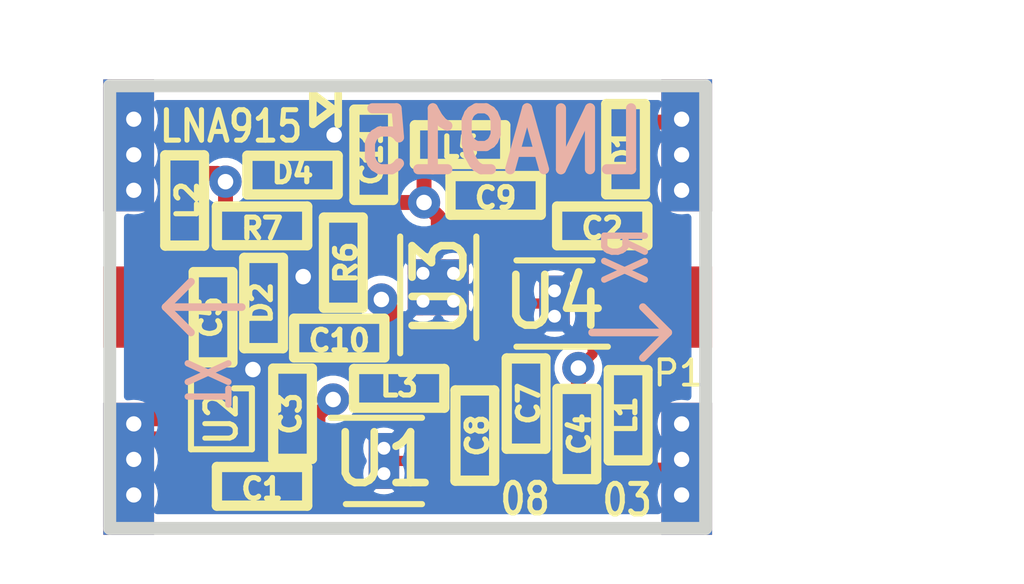
<source format=kicad_pcb>
(kicad_pcb (version 20171130) (host pcbnew 5.1.6)

  (general
    (thickness 0.8)
    (drawings 22)
    (tracks 128)
    (zones 0)
    (modules 24)
    (nets 18)
  )

  (page A4)
  (layers
    (0 F.Cu signal)
    (1 In1.Cu signal)
    (2 In2.Cu signal)
    (31 B.Cu signal)
    (32 B.Adhes user)
    (33 F.Adhes user)
    (34 B.Paste user)
    (35 F.Paste user)
    (36 B.SilkS user)
    (37 F.SilkS user)
    (38 B.Mask user)
    (39 F.Mask user)
    (40 Dwgs.User user)
    (41 Cmts.User user)
    (42 Eco1.User user)
    (43 Eco2.User user)
    (44 Edge.Cuts user)
    (45 Margin user)
    (46 B.CrtYd user)
    (47 F.CrtYd user)
    (48 B.Fab user)
    (49 F.Fab user)
  )

  (setup
    (last_trace_width 0.29337)
    (user_trace_width 0.2)
    (trace_clearance 0.127)
    (zone_clearance 0.1524)
    (zone_45_only yes)
    (trace_min 0.1524)
    (via_size 0.635)
    (via_drill 0.3048)
    (via_min_size 0.4572)
    (via_min_drill 0.254)
    (user_via 0.508 0.254)
    (uvia_size 0.508)
    (uvia_drill 0.127)
    (uvias_allowed no)
    (uvia_min_size 0.4572)
    (uvia_min_drill 0.127)
    (edge_width 0.1)
    (segment_width 0.2)
    (pcb_text_width 0.3)
    (pcb_text_size 1.5 1.5)
    (mod_edge_width 0.15)
    (mod_text_size 1 1)
    (mod_text_width 0.15)
    (pad_size 4.064 1.524)
    (pad_drill 0)
    (pad_to_mask_clearance 0.0508)
    (pad_to_paste_clearance_ratio -0.02)
    (aux_axis_origin 0 0)
    (visible_elements FFF9FFFF)
    (pcbplotparams
      (layerselection 0x010f8_ffffffff)
      (usegerberextensions true)
      (usegerberattributes false)
      (usegerberadvancedattributes false)
      (creategerberjobfile false)
      (excludeedgelayer true)
      (linewidth 0.150000)
      (plotframeref false)
      (viasonmask false)
      (mode 1)
      (useauxorigin false)
      (hpglpennumber 1)
      (hpglpenspeed 20)
      (hpglpendiameter 15.000000)
      (psnegative false)
      (psa4output false)
      (plotreference false)
      (plotvalue false)
      (plotinvisibletext false)
      (padsonsilk false)
      (subtractmaskfromsilk false)
      (outputformat 1)
      (mirror false)
      (drillshape 0)
      (scaleselection 1)
      (outputdirectory "gerbers"))
  )

  (net 0 "")
  (net 1 GND)
  (net 2 VCC)
  (net 3 "Net-(C1-Pad1)")
  (net 4 "Net-(C1-Pad2)")
  (net 5 "Net-(C2-Pad1)")
  (net 6 "Net-(C2-Pad2)")
  (net 7 "Net-(C5-Pad1)")
  (net 8 "Net-(C5-Pad2)")
  (net 9 "Net-(C7-Pad2)")
  (net 10 "Net-(C8-Pad1)")
  (net 11 "Net-(C8-Pad2)")
  (net 12 "Net-(C9-Pad1)")
  (net 13 "Net-(C10-Pad2)")
  (net 14 "Net-(R6-Pad2)")
  (net 15 "Net-(C7-Pad1)")
  (net 16 "Net-(C9-Pad2)")
  (net 17 "Net-(D4-Pad2)")

  (net_class Default "This is the default net class."
    (clearance 0.127)
    (trace_width 0.29337)
    (via_dia 0.635)
    (via_drill 0.3048)
    (uvia_dia 0.508)
    (uvia_drill 0.127)
    (diff_pair_width 0.2032)
    (diff_pair_gap 0.2032)
    (add_net GND)
    (add_net "Net-(C1-Pad1)")
    (add_net "Net-(C1-Pad2)")
    (add_net "Net-(C10-Pad2)")
    (add_net "Net-(C2-Pad1)")
    (add_net "Net-(C2-Pad2)")
    (add_net "Net-(C5-Pad1)")
    (add_net "Net-(C5-Pad2)")
    (add_net "Net-(C7-Pad1)")
    (add_net "Net-(C7-Pad2)")
    (add_net "Net-(C8-Pad1)")
    (add_net "Net-(C8-Pad2)")
    (add_net "Net-(C9-Pad1)")
    (add_net "Net-(C9-Pad2)")
    (add_net "Net-(D4-Pad2)")
    (add_net "Net-(R6-Pad2)")
    (add_net VCC)
  )

  (module LNA915:SMA-KIT-1.5MF (layer F.Cu) (tedit 5F26EE20) (tstamp 5F278E99)
    (at 136.863 100 180)
    (path /5EF2AE41)
    (attr virtual)
    (fp_text reference P1 (at 0.663 -1.3) (layer F.SilkS)
      (effects (font (size 0.5 0.5) (thickness 0.075)))
    )
    (fp_text value SMA-KIT-1.5MF (at 0 5.2) (layer F.Fab)
      (effects (font (size 1 1) (thickness 0.15)))
    )
    (fp_text user %R (at 0.663 -1.3) (layer F.Fab)
      (effects (font (size 0.5 0.5) (thickness 0.075)))
    )
    (pad 4 smd rect (at 11.49 3.185) (size 1 2.6) (layers B.Cu B.Mask)
      (net 1 GND))
    (pad 4 thru_hole circle (at 11.39 3.7) (size 0.64 0.64) (drill 0.3) (layers *.Cu *.Mask)
      (net 1 GND))
    (pad 4 smd rect (at 11.49 -3.185) (size 1 2.6) (layers F.Cu F.Mask)
      (net 1 GND))
    (pad 4 thru_hole circle (at 11.39 -3) (size 0.64 0.64) (drill 0.3) (layers *.Cu *.Mask)
      (net 1 GND))
    (pad 4 thru_hole circle (at 11.39 2.3) (size 0.64 0.64) (drill 0.3) (layers *.Cu *.Mask)
      (net 1 GND))
    (pad 4 thru_hole circle (at 11.39 -2.3) (size 0.64 0.64) (drill 0.3) (layers *.Cu *.Mask)
      (net 1 GND))
    (pad 4 thru_hole circle (at 11.39 3) (size 0.64 0.64) (drill 0.3) (layers *.Cu *.Mask)
      (net 1 GND))
    (pad 4 smd rect (at 11.49 3.185) (size 1 2.6) (layers F.Cu F.Mask)
      (net 1 GND))
    (pad 3 smd rect (at 11.24 0) (size 1.5 1.6) (layers F.Cu F.Mask)
      (net 7 "Net-(C5-Pad1)"))
    (pad 4 smd rect (at 11.49 -3.185) (size 1 2.6) (layers B.Cu B.Mask)
      (net 1 GND))
    (pad 4 thru_hole circle (at 11.39 -3.7) (size 0.64 0.64) (drill 0.3) (layers *.Cu *.Mask)
      (net 1 GND))
    (pad 2 thru_hole circle (at 0.6 3.7 180) (size 0.64 0.64) (drill 0.3) (layers *.Cu *.Mask)
      (net 1 GND))
    (pad 2 thru_hole circle (at 0.6 3 180) (size 0.64 0.64) (drill 0.3) (layers *.Cu *.Mask)
      (net 1 GND))
    (pad 2 thru_hole circle (at 0.6 2.3 180) (size 0.64 0.64) (drill 0.3) (layers *.Cu *.Mask)
      (net 1 GND))
    (pad 2 thru_hole circle (at 0.6 -3.7 180) (size 0.64 0.64) (drill 0.3) (layers *.Cu *.Mask)
      (net 1 GND))
    (pad 2 thru_hole circle (at 0.6 -3 180) (size 0.64 0.64) (drill 0.3) (layers *.Cu *.Mask)
      (net 1 GND))
    (pad 2 thru_hole circle (at 0.6 -2.3 180) (size 0.64 0.64) (drill 0.3) (layers *.Cu *.Mask)
      (net 1 GND))
    (pad 1 smd rect (at 0.75 0 180) (size 1.5 1.6) (layers F.Cu F.Mask)
      (net 6 "Net-(C2-Pad2)"))
    (pad 2 smd rect (at 0.5 -3.185 180) (size 1 2.6) (layers F.Cu F.Mask)
      (net 1 GND))
    (pad 2 smd rect (at 0.5 3.185 180) (size 1 2.6) (layers B.Cu B.Mask)
      (net 1 GND))
    (pad 2 smd rect (at 0.5 -3.185 180) (size 1 2.6) (layers B.Cu B.Mask)
      (net 1 GND))
    (pad 2 smd rect (at 0.5 3.185 180) (size 1 2.6) (layers F.Cu F.Mask)
      (net 1 GND))
  )

  (module LNA915:GRF6011 (layer F.Cu) (tedit 5F279363) (tstamp 5F278692)
    (at 133.76 99.93 180)
    (path /5EF6E285)
    (attr smd)
    (fp_text reference U4 (at 0 0.03) (layer F.SilkS)
      (effects (font (size 1 1) (thickness 0.15)))
    )
    (fp_text value SWITCH (at 0 1.6) (layer F.Fab)
      (effects (font (size 1 1) (thickness 0.15)))
    )
    (fp_text user %R (at 0 0) (layer F.Fab)
      (effects (font (size 0.5 0.3) (thickness 0.075)))
    )
    (fp_line (start -1.1 0.9) (end -1.1 -0.9) (layer F.CrtYd) (width 0.05))
    (fp_line (start 1.1 0.9) (end -1.1 0.9) (layer F.CrtYd) (width 0.05))
    (fp_line (start 1.1 -0.9) (end 1.1 0.9) (layer F.CrtYd) (width 0.05))
    (fp_line (start -1.1 -0.9) (end 1.1 -0.9) (layer F.CrtYd) (width 0.05))
    (fp_line (start 0.75 -0.75) (end 0.75 0.75) (layer F.Fab) (width 0.1))
    (fp_line (start 0.75 0.75) (end -0.75 0.75) (layer F.Fab) (width 0.1))
    (fp_line (start 0.75 0.85) (end -0.75 0.85) (layer F.SilkS) (width 0.12))
    (fp_line (start 0.75 -0.85) (end -1.05 -0.85) (layer F.SilkS) (width 0.12))
    (fp_line (start -0.75 -0.35) (end -0.35 -0.75) (layer F.Fab) (width 0.1))
    (fp_line (start -0.35 -0.75) (end 0.75 -0.75) (layer F.Fab) (width 0.1))
    (fp_line (start -0.75 -0.35) (end -0.75 0.75) (layer F.Fab) (width 0.1))
    (pad 0 smd rect (at 0 0 180) (size 0.6 0.3) (layers F.Cu F.Paste)
      (net 1 GND))
    (pad 0 smd rect (at 0 0.45 180) (size 0.6 0.2) (layers F.Cu F.Paste)
      (net 1 GND))
    (pad 0 smd rect (at 0 -0.45 180) (size 0.6 0.2) (layers F.Cu F.Paste)
      (net 1 GND))
    (pad 0 smd rect (at 0 0 180) (size 0.6 1.1) (layers B.Cu)
      (net 1 GND))
    (pad 0 thru_hole circle (at 0 0.25 180) (size 0.508 0.508) (drill 0.254) (layers *.Cu *.Mask)
      (net 1 GND))
    (pad 0 thru_hole circle (at 0 -0.25 180) (size 0.508 0.508) (drill 0.254) (layers *.Cu *.Mask)
      (net 1 GND))
    (pad 0 smd rect (at 0 0 180) (size 0.6 1.1) (layers F.Cu F.Mask)
      (net 1 GND))
    (pad 6 smd rect (at 0.75 -0.5 180) (size 0.4 0.2) (layers F.Cu F.Paste F.Mask)
      (net 9 "Net-(C7-Pad2)"))
    (pad 5 smd rect (at 0.75 0 180) (size 0.4 0.2) (layers F.Cu F.Paste F.Mask)
      (net 1 GND))
    (pad 4 smd rect (at 0.75 0.5 180) (size 0.4 0.2) (layers F.Cu F.Paste F.Mask)
      (net 16 "Net-(C9-Pad2)"))
    (pad 3 smd rect (at -0.75 0.5 180) (size 0.4 0.2) (layers F.Cu F.Paste F.Mask)
      (net 5 "Net-(C2-Pad1)"))
    (pad 2 smd rect (at -0.75 0 180) (size 0.4 0.2) (layers F.Cu F.Paste F.Mask)
      (net 2 VCC))
    (pad 1 smd rect (at -0.75 -0.5 180) (size 0.4 0.2) (layers F.Cu F.Paste F.Mask)
      (net 2 VCC))
  )

  (module LNA915:TSLP-7-1 (layer F.Cu) (tedit 5F26DB3A) (tstamp 5F2788A4)
    (at 131.47 99.61)
    (path /52F68792)
    (attr smd)
    (fp_text reference U3 (at 0.03 -0.01 90) (layer F.SilkS)
      (effects (font (size 1 1) (thickness 0.15)))
    )
    (fp_text value LNA (at 0 2) (layer F.Fab)
      (effects (font (size 1 1) (thickness 0.15)))
    )
    (fp_text user %R (at 0 0 90) (layer F.Fab)
      (effects (font (size 0.5 0.5) (thickness 0.075)))
    )
    (fp_line (start -0.75 -1) (end -0.75 1.3) (layer F.SilkS) (width 0.12))
    (fp_line (start 0.75 -1) (end 0.75 1) (layer F.SilkS) (width 0.12))
    (fp_line (start -0.65 -1) (end 0.65 -1) (layer F.Fab) (width 0.1))
    (fp_line (start 0.65 -1) (end 0.65 1) (layer F.Fab) (width 0.1))
    (fp_line (start 0.65 1) (end -0.35 1) (layer F.Fab) (width 0.1))
    (fp_line (start -0.65 0.7) (end -0.65 -1) (layer F.Fab) (width 0.1))
    (fp_line (start -0.8 -1.25) (end 0.8 -1.25) (layer F.CrtYd) (width 0.05))
    (fp_line (start 0.8 -1.25) (end 0.8 1.25) (layer F.CrtYd) (width 0.05))
    (fp_line (start 0.8 1.25) (end -0.8 1.25) (layer F.CrtYd) (width 0.05))
    (fp_line (start -0.8 1.25) (end -0.8 -1.25) (layer F.CrtYd) (width 0.05))
    (fp_line (start -0.35 1) (end -0.65 0.7) (layer F.Fab) (width 0.1))
    (pad 7 smd rect (at 0.45 0.4) (size 0.3 0.3) (layers F.Cu F.Paste)
      (net 1 GND))
    (pad 7 smd rect (at 0 0.4) (size 0.3 0.3) (layers F.Cu F.Paste)
      (net 1 GND))
    (pad 7 smd rect (at -0.45 0.4) (size 0.3 0.3) (layers F.Cu F.Paste)
      (net 1 GND))
    (pad 7 smd rect (at -0.45 0) (size 0.3 0.3) (layers F.Cu F.Paste)
      (net 1 GND))
    (pad 7 smd rect (at -0.45 -0.4) (size 0.3 0.3) (layers F.Cu F.Paste)
      (net 1 GND))
    (pad 7 smd rect (at 0 -0.4) (size 0.3 0.3) (layers F.Cu F.Paste)
      (net 1 GND))
    (pad 7 smd rect (at 0.45 -0.4) (size 0.3 0.3) (layers F.Cu F.Paste)
      (net 1 GND))
    (pad 7 smd rect (at 0.45 0) (size 0.3 0.3) (layers F.Cu F.Paste)
      (net 1 GND))
    (pad 7 thru_hole circle (at -0.3 -0.275) (size 0.5 0.5) (drill 0.254) (layers *.Cu *.Mask)
      (net 1 GND))
    (pad 7 thru_hole circle (at -0.3 0.275) (size 0.5 0.5) (drill 0.254) (layers *.Cu *.Mask)
      (net 1 GND))
    (pad 7 thru_hole circle (at 0.3 0.275) (size 0.5 0.5) (drill 0.254) (layers *.Cu *.Mask)
      (net 1 GND))
    (pad 7 thru_hole circle (at 0.3 -0.275) (size 0.5 0.5) (drill 0.254) (layers *.Cu *.Mask)
      (net 1 GND))
    (pad 7 smd rect (at 0 0) (size 1.2 1.1) (layers F.Cu F.Mask)
      (net 1 GND))
    (pad 7 smd rect (at 0 0) (size 0.3 0.3) (layers F.Cu F.Paste)
      (net 1 GND))
    (pad 6 smd rect (at -0.5 -0.925) (size 0.3 0.35) (layers F.Cu F.Paste F.Mask)
      (net 14 "Net-(R6-Pad2)"))
    (pad 5 smd rect (at 0 -0.925) (size 0.3 0.35) (layers F.Cu F.Paste F.Mask)
      (net 2 VCC))
    (pad 4 smd rect (at 0.5 -0.925) (size 0.3 0.35) (layers F.Cu F.Paste F.Mask)
      (net 12 "Net-(C9-Pad1)"))
    (pad 3 smd rect (at 0.5 0.925) (size 0.3 0.35) (layers F.Cu F.Paste F.Mask)
      (net 11 "Net-(C8-Pad2)"))
    (pad 2 smd rect (at 0 0.925) (size 0.3 0.35) (layers F.Cu F.Paste F.Mask)
      (net 13 "Net-(C10-Pad2)"))
    (pad 1 smd rect (at -0.5 0.925) (size 0.3 0.35) (layers F.Cu F.Paste F.Mask)
      (net 2 VCC) (die_length 3.40614))
    (pad 7 smd rect (at 0 0) (size 1.2 1.1) (layers B.Cu)
      (net 1 GND))
  )

  (module LNA915:F5Q (layer F.Cu) (tedit 5F26F223) (tstamp 5F278651)
    (at 127.2 102.2 270)
    (path /52F44412)
    (fp_text reference U2 (at 0 0 90) (layer F.SilkS)
      (effects (font (size 0.6 0.5) (thickness 0.1)))
    )
    (fp_text value SAW (at 0 1.35 90) (layer F.Fab)
      (effects (font (size 1 1) (thickness 0.15)))
    )
    (fp_text user %R (at 0 0 90) (layer F.Fab)
      (effects (font (size 0.5 0.3) (thickness 0.075)))
    )
    (fp_line (start -0.6 -0.6) (end -0.6 -0.25) (layer F.SilkS) (width 0.12))
    (fp_line (start 0.6 0.6) (end -0.7508 0.6) (layer F.SilkS) (width 0.12))
    (fp_line (start 0.6 -0.6) (end 0.6 0.6) (layer F.SilkS) (width 0.12))
    (fp_line (start -0.6 -0.6) (end 0.6 -0.6) (layer F.SilkS) (width 0.12))
    (fp_line (start -0.55 -0.45) (end 0.55 -0.45) (layer F.Fab) (width 0.1))
    (fp_line (start 0.55 -0.45) (end 0.55 0.45) (layer F.Fab) (width 0.1))
    (fp_line (start 0.55 0.45) (end -0.55 0.45) (layer F.Fab) (width 0.1))
    (fp_line (start -0.55 0.45) (end -0.55 -0.45) (layer F.Fab) (width 0.1))
    (fp_line (start 0.7 -0.7) (end 0.7 0.7) (layer F.CrtYd) (width 0.05))
    (fp_line (start 0.7 0.7) (end -0.85 0.7) (layer F.CrtYd) (width 0.05))
    (fp_line (start -0.85 0.7) (end -0.85 -0.7) (layer F.CrtYd) (width 0.05))
    (fp_line (start -0.85 -0.7) (end 0.7 -0.7) (layer F.CrtYd) (width 0.05))
    (pad 1 smd rect (at -0.495 0 270) (size 0.4 0.25) (layers F.Cu F.Paste F.Mask)
      (net 8 "Net-(C5-Pad2)") (die_length 3.40614))
    (pad 3 smd rect (at 0.395 0.325 270) (size 0.25 0.4) (layers F.Cu F.Paste F.Mask)
      (net 1 GND) (die_length -1518.485687))
    (pad 4 smd rect (at 0.395 -0.325 270) (size 0.25 0.4) (layers F.Cu F.Paste F.Mask)
      (net 3 "Net-(C1-Pad1)") (die_length -1518.485687))
    (pad 2 smd rect (at 0 0.325 270) (size 0.25 0.4) (layers F.Cu F.Paste F.Mask)
      (net 1 GND) (die_length 3.40614))
    (pad 5 smd rect (at 0 -0.325 270) (size 0.25 0.4) (layers F.Cu F.Paste F.Mask)
      (net 1 GND))
  )

  (module LNA915:GRF6011 (layer F.Cu) (tedit 5F279363) (tstamp 5F277FC8)
    (at 130.4 103.03)
    (path /5EF1EE32)
    (attr smd)
    (fp_text reference U1 (at 0 -0.03) (layer F.SilkS)
      (effects (font (size 1 1) (thickness 0.15)))
    )
    (fp_text value SWITCH (at 0 1.6) (layer F.Fab)
      (effects (font (size 1 1) (thickness 0.15)))
    )
    (fp_text user %R (at 0 0) (layer F.Fab)
      (effects (font (size 0.5 0.3) (thickness 0.075)))
    )
    (fp_line (start -1.1 0.9) (end -1.1 -0.9) (layer F.CrtYd) (width 0.05))
    (fp_line (start 1.1 0.9) (end -1.1 0.9) (layer F.CrtYd) (width 0.05))
    (fp_line (start 1.1 -0.9) (end 1.1 0.9) (layer F.CrtYd) (width 0.05))
    (fp_line (start -1.1 -0.9) (end 1.1 -0.9) (layer F.CrtYd) (width 0.05))
    (fp_line (start 0.75 -0.75) (end 0.75 0.75) (layer F.Fab) (width 0.1))
    (fp_line (start 0.75 0.75) (end -0.75 0.75) (layer F.Fab) (width 0.1))
    (fp_line (start 0.75 0.85) (end -0.75 0.85) (layer F.SilkS) (width 0.12))
    (fp_line (start 0.75 -0.85) (end -1.05 -0.85) (layer F.SilkS) (width 0.12))
    (fp_line (start -0.75 -0.35) (end -0.35 -0.75) (layer F.Fab) (width 0.1))
    (fp_line (start -0.35 -0.75) (end 0.75 -0.75) (layer F.Fab) (width 0.1))
    (fp_line (start -0.75 -0.35) (end -0.75 0.75) (layer F.Fab) (width 0.1))
    (pad 0 smd rect (at 0 0) (size 0.6 0.3) (layers F.Cu F.Paste)
      (net 1 GND))
    (pad 0 smd rect (at 0 0.45) (size 0.6 0.2) (layers F.Cu F.Paste)
      (net 1 GND))
    (pad 0 smd rect (at 0 -0.45) (size 0.6 0.2) (layers F.Cu F.Paste)
      (net 1 GND))
    (pad 0 smd rect (at 0 0) (size 0.6 1.1) (layers B.Cu)
      (net 1 GND))
    (pad 0 thru_hole circle (at 0 0.25) (size 0.508 0.508) (drill 0.254) (layers *.Cu *.Mask)
      (net 1 GND))
    (pad 0 thru_hole circle (at 0 -0.25) (size 0.508 0.508) (drill 0.254) (layers *.Cu *.Mask)
      (net 1 GND))
    (pad 0 smd rect (at 0 0) (size 0.6 1.1) (layers F.Cu F.Mask)
      (net 1 GND))
    (pad 6 smd rect (at 0.75 -0.5) (size 0.4 0.2) (layers F.Cu F.Paste F.Mask)
      (net 15 "Net-(C7-Pad1)"))
    (pad 5 smd rect (at 0.75 0) (size 0.4 0.2) (layers F.Cu F.Paste F.Mask)
      (net 1 GND))
    (pad 4 smd rect (at 0.75 0.5) (size 0.4 0.2) (layers F.Cu F.Paste F.Mask)
      (net 10 "Net-(C8-Pad1)"))
    (pad 3 smd rect (at -0.75 0.5) (size 0.4 0.2) (layers F.Cu F.Paste F.Mask)
      (net 4 "Net-(C1-Pad2)"))
    (pad 2 smd rect (at -0.75 0) (size 0.4 0.2) (layers F.Cu F.Paste F.Mask)
      (net 2 VCC))
    (pad 1 smd rect (at -0.75 -0.5) (size 0.4 0.2) (layers F.Cu F.Paste F.Mask)
      (net 2 VCC))
  )

  (module gsg-modules:0402 (layer F.Cu) (tedit 5F26E02E) (tstamp 5EF09A23)
    (at 128 98.4)
    (path /52F68CBB)
    (attr smd)
    (fp_text reference R7 (at 0 0.0508) (layer F.SilkS)
      (effects (font (size 0.4064 0.4064) (thickness 0.1016)))
    )
    (fp_text value 470 (at 0 0.0508) (layer F.SilkS) hide
      (effects (font (size 0.4064 0.4064) (thickness 0.1016)))
    )
    (fp_line (start -0.889 -0.381) (end 0.889 -0.381) (layer F.SilkS) (width 0.2032))
    (fp_line (start -0.889 0.381) (end -0.889 -0.381) (layer F.SilkS) (width 0.2032))
    (fp_line (start 0.889 0.381) (end -0.889 0.381) (layer F.SilkS) (width 0.2032))
    (fp_line (start 0.889 -0.381) (end 0.889 0.381) (layer F.SilkS) (width 0.2032))
    (fp_line (start -0.94 -0.43) (end 0.94 -0.43) (layer F.CrtYd) (width 0.05))
    (fp_line (start 0.94 -0.43) (end 0.94 0.43) (layer F.CrtYd) (width 0.05))
    (fp_line (start 0.94 0.43) (end -0.94 0.43) (layer F.CrtYd) (width 0.05))
    (fp_line (start -0.94 0.43) (end -0.94 -0.43) (layer F.CrtYd) (width 0.05))
    (pad 1 smd rect (at -0.5334 0) (size 0.508 0.5588) (layers F.Cu F.Paste F.Mask)
      (net 2 VCC))
    (pad 2 smd rect (at 0.5334 0) (size 0.508 0.5588) (layers F.Cu F.Paste F.Mask)
      (net 17 "Net-(D4-Pad2)"))
  )

  (module gsg-modules:0402 (layer F.Cu) (tedit 5F26E02E) (tstamp 5EF0949D)
    (at 129.6 99.125 90)
    (path /52F68800)
    (attr smd)
    (fp_text reference R6 (at 0 0.0508 90) (layer F.SilkS)
      (effects (font (size 0.4064 0.4064) (thickness 0.1016)))
    )
    (fp_text value 3k (at 0 0.0508 90) (layer F.SilkS) hide
      (effects (font (size 0.4064 0.4064) (thickness 0.1016)))
    )
    (fp_line (start -0.889 -0.381) (end 0.889 -0.381) (layer F.SilkS) (width 0.2032))
    (fp_line (start -0.889 0.381) (end -0.889 -0.381) (layer F.SilkS) (width 0.2032))
    (fp_line (start 0.889 0.381) (end -0.889 0.381) (layer F.SilkS) (width 0.2032))
    (fp_line (start 0.889 -0.381) (end 0.889 0.381) (layer F.SilkS) (width 0.2032))
    (fp_line (start -0.94 -0.43) (end 0.94 -0.43) (layer F.CrtYd) (width 0.05))
    (fp_line (start 0.94 -0.43) (end 0.94 0.43) (layer F.CrtYd) (width 0.05))
    (fp_line (start 0.94 0.43) (end -0.94 0.43) (layer F.CrtYd) (width 0.05))
    (fp_line (start -0.94 0.43) (end -0.94 -0.43) (layer F.CrtYd) (width 0.05))
    (pad 1 smd rect (at -0.5334 0 90) (size 0.508 0.5588) (layers F.Cu F.Paste F.Mask)
      (net 2 VCC))
    (pad 2 smd rect (at 0.5334 0 90) (size 0.508 0.5588) (layers F.Cu F.Paste F.Mask)
      (net 14 "Net-(R6-Pad2)"))
  )

  (module gsg-modules:0402 (layer F.Cu) (tedit 5F26E02E) (tstamp 5F282B4A)
    (at 131.9 96.8)
    (path /52F688CD)
    (attr smd)
    (fp_text reference L5 (at 0 0.0508) (layer F.SilkS)
      (effects (font (size 0.4064 0.4064) (thickness 0.1016)))
    )
    (fp_text value 39nH (at 0 0.0508) (layer F.SilkS) hide
      (effects (font (size 0.4064 0.4064) (thickness 0.1016)))
    )
    (fp_line (start -0.889 -0.381) (end 0.889 -0.381) (layer F.SilkS) (width 0.2032))
    (fp_line (start -0.889 0.381) (end -0.889 -0.381) (layer F.SilkS) (width 0.2032))
    (fp_line (start 0.889 0.381) (end -0.889 0.381) (layer F.SilkS) (width 0.2032))
    (fp_line (start 0.889 -0.381) (end 0.889 0.381) (layer F.SilkS) (width 0.2032))
    (fp_line (start -0.94 -0.43) (end 0.94 -0.43) (layer F.CrtYd) (width 0.05))
    (fp_line (start 0.94 -0.43) (end 0.94 0.43) (layer F.CrtYd) (width 0.05))
    (fp_line (start 0.94 0.43) (end -0.94 0.43) (layer F.CrtYd) (width 0.05))
    (fp_line (start -0.94 0.43) (end -0.94 -0.43) (layer F.CrtYd) (width 0.05))
    (pad 1 smd rect (at -0.5334 0) (size 0.508 0.5588) (layers F.Cu F.Paste F.Mask)
      (net 2 VCC))
    (pad 2 smd rect (at 0.5334 0) (size 0.508 0.5588) (layers F.Cu F.Paste F.Mask)
      (net 12 "Net-(C9-Pad1)"))
  )

  (module gsg-modules:0402 (layer F.Cu) (tedit 5F26E02E) (tstamp 5F273959)
    (at 130.7 101.6 180)
    (path /52F68C24)
    (attr smd)
    (fp_text reference L3 (at 0 0.0508) (layer F.SilkS)
      (effects (font (size 0.4064 0.4064) (thickness 0.1016)))
    )
    (fp_text value 39nH (at 0 0.0508) (layer F.SilkS) hide
      (effects (font (size 0.4064 0.4064) (thickness 0.1016)))
    )
    (fp_line (start -0.889 -0.381) (end 0.889 -0.381) (layer F.SilkS) (width 0.2032))
    (fp_line (start -0.889 0.381) (end -0.889 -0.381) (layer F.SilkS) (width 0.2032))
    (fp_line (start 0.889 0.381) (end -0.889 0.381) (layer F.SilkS) (width 0.2032))
    (fp_line (start 0.889 -0.381) (end 0.889 0.381) (layer F.SilkS) (width 0.2032))
    (fp_line (start -0.94 -0.43) (end 0.94 -0.43) (layer F.CrtYd) (width 0.05))
    (fp_line (start 0.94 -0.43) (end 0.94 0.43) (layer F.CrtYd) (width 0.05))
    (fp_line (start 0.94 0.43) (end -0.94 0.43) (layer F.CrtYd) (width 0.05))
    (fp_line (start -0.94 0.43) (end -0.94 -0.43) (layer F.CrtYd) (width 0.05))
    (pad 1 smd rect (at -0.5334 0 180) (size 0.508 0.5588) (layers F.Cu F.Paste F.Mask)
      (net 11 "Net-(C8-Pad2)"))
    (pad 2 smd rect (at 0.5334 0 180) (size 0.508 0.5588) (layers F.Cu F.Paste F.Mask)
      (net 13 "Net-(C10-Pad2)"))
  )

  (module gsg-modules:0402 (layer F.Cu) (tedit 5F26E02E) (tstamp 5EF08061)
    (at 126.475 97.9 90)
    (path /5F219001)
    (attr smd)
    (fp_text reference L2 (at 0 0.0508 90) (layer F.SilkS)
      (effects (font (size 0.4064 0.4064) (thickness 0.1016)))
    )
    (fp_text value 39nH (at 0 0.0508 90) (layer F.SilkS) hide
      (effects (font (size 0.4064 0.4064) (thickness 0.1016)))
    )
    (fp_line (start -0.889 -0.381) (end 0.889 -0.381) (layer F.SilkS) (width 0.2032))
    (fp_line (start -0.889 0.381) (end -0.889 -0.381) (layer F.SilkS) (width 0.2032))
    (fp_line (start 0.889 0.381) (end -0.889 0.381) (layer F.SilkS) (width 0.2032))
    (fp_line (start 0.889 -0.381) (end 0.889 0.381) (layer F.SilkS) (width 0.2032))
    (fp_line (start -0.94 -0.43) (end 0.94 -0.43) (layer F.CrtYd) (width 0.05))
    (fp_line (start 0.94 -0.43) (end 0.94 0.43) (layer F.CrtYd) (width 0.05))
    (fp_line (start 0.94 0.43) (end -0.94 0.43) (layer F.CrtYd) (width 0.05))
    (fp_line (start -0.94 0.43) (end -0.94 -0.43) (layer F.CrtYd) (width 0.05))
    (pad 1 smd rect (at -0.5334 0 90) (size 0.508 0.5588) (layers F.Cu F.Paste F.Mask)
      (net 7 "Net-(C5-Pad1)"))
    (pad 2 smd rect (at 0.5334 0 90) (size 0.508 0.5588) (layers F.Cu F.Paste F.Mask)
      (net 2 VCC))
  )

  (module gsg-modules:0402 (layer F.Cu) (tedit 5F26E02E) (tstamp 5F282AE1)
    (at 135.21 102.13 270)
    (path /52F68C64)
    (attr smd)
    (fp_text reference L1 (at 0 0.0508 90) (layer F.SilkS)
      (effects (font (size 0.4064 0.4064) (thickness 0.1016)))
    )
    (fp_text value 39nH (at 0 0.0508 90) (layer F.SilkS) hide
      (effects (font (size 0.4064 0.4064) (thickness 0.1016)))
    )
    (fp_line (start -0.889 -0.381) (end 0.889 -0.381) (layer F.SilkS) (width 0.2032))
    (fp_line (start -0.889 0.381) (end -0.889 -0.381) (layer F.SilkS) (width 0.2032))
    (fp_line (start 0.889 0.381) (end -0.889 0.381) (layer F.SilkS) (width 0.2032))
    (fp_line (start 0.889 -0.381) (end 0.889 0.381) (layer F.SilkS) (width 0.2032))
    (fp_line (start -0.94 -0.43) (end 0.94 -0.43) (layer F.CrtYd) (width 0.05))
    (fp_line (start 0.94 -0.43) (end 0.94 0.43) (layer F.CrtYd) (width 0.05))
    (fp_line (start 0.94 0.43) (end -0.94 0.43) (layer F.CrtYd) (width 0.05))
    (fp_line (start -0.94 0.43) (end -0.94 -0.43) (layer F.CrtYd) (width 0.05))
    (pad 1 smd rect (at -0.5334 0 270) (size 0.508 0.5588) (layers F.Cu F.Paste F.Mask)
      (net 6 "Net-(C2-Pad2)"))
    (pad 2 smd rect (at 0.5334 0 270) (size 0.508 0.5588) (layers F.Cu F.Paste F.Mask)
      (net 2 VCC))
  )

  (module gsg-modules:0402 (layer F.Cu) (tedit 5F26E02E) (tstamp 52F6BFEC)
    (at 128.6 97.4 180)
    (path /52F51772)
    (attr smd)
    (fp_text reference D4 (at 0 0.0508) (layer F.SilkS)
      (effects (font (size 0.4064 0.4064) (thickness 0.1016)))
    )
    (fp_text value LNALED (at 0 0.0508) (layer F.SilkS) hide
      (effects (font (size 0.4064 0.4064) (thickness 0.1016)))
    )
    (fp_line (start -0.889 -0.381) (end 0.889 -0.381) (layer F.SilkS) (width 0.2032))
    (fp_line (start -0.889 0.381) (end -0.889 -0.381) (layer F.SilkS) (width 0.2032))
    (fp_line (start 0.889 0.381) (end -0.889 0.381) (layer F.SilkS) (width 0.2032))
    (fp_line (start 0.889 -0.381) (end 0.889 0.381) (layer F.SilkS) (width 0.2032))
    (fp_line (start -0.94 -0.43) (end 0.94 -0.43) (layer F.CrtYd) (width 0.05))
    (fp_line (start 0.94 -0.43) (end 0.94 0.43) (layer F.CrtYd) (width 0.05))
    (fp_line (start 0.94 0.43) (end -0.94 0.43) (layer F.CrtYd) (width 0.05))
    (fp_line (start -0.94 0.43) (end -0.94 -0.43) (layer F.CrtYd) (width 0.05))
    (pad 1 smd rect (at -0.5334 0 180) (size 0.508 0.5588) (layers F.Cu F.Paste F.Mask)
      (net 1 GND))
    (pad 2 smd rect (at 0.5334 0 180) (size 0.508 0.5588) (layers F.Cu F.Paste F.Mask)
      (net 17 "Net-(D4-Pad2)"))
  )

  (module gsg-modules:0402 (layer F.Cu) (tedit 5F26E02E) (tstamp 5EF02082)
    (at 128.03 99.92 270)
    (path /52F69FCE)
    (attr smd)
    (fp_text reference D2 (at 0 0.0508 90) (layer F.SilkS)
      (effects (font (size 0.4064 0.4064) (thickness 0.1016)))
    )
    (fp_text value D_TVS (at 0 0.0508 90) (layer F.SilkS) hide
      (effects (font (size 0.4064 0.4064) (thickness 0.1016)))
    )
    (fp_line (start -0.889 -0.381) (end 0.889 -0.381) (layer F.SilkS) (width 0.2032))
    (fp_line (start -0.889 0.381) (end -0.889 -0.381) (layer F.SilkS) (width 0.2032))
    (fp_line (start 0.889 0.381) (end -0.889 0.381) (layer F.SilkS) (width 0.2032))
    (fp_line (start 0.889 -0.381) (end 0.889 0.381) (layer F.SilkS) (width 0.2032))
    (fp_line (start -0.94 -0.43) (end 0.94 -0.43) (layer F.CrtYd) (width 0.05))
    (fp_line (start 0.94 -0.43) (end 0.94 0.43) (layer F.CrtYd) (width 0.05))
    (fp_line (start 0.94 0.43) (end -0.94 0.43) (layer F.CrtYd) (width 0.05))
    (fp_line (start -0.94 0.43) (end -0.94 -0.43) (layer F.CrtYd) (width 0.05))
    (pad 1 smd rect (at -0.5334 0 270) (size 0.508 0.5588) (layers F.Cu F.Paste F.Mask)
      (net 1 GND))
    (pad 2 smd rect (at 0.5334 0 270) (size 0.508 0.5588) (layers F.Cu F.Paste F.Mask)
      (net 8 "Net-(C5-Pad2)"))
  )

  (module gsg-modules:0402 (layer F.Cu) (tedit 5F26E02E) (tstamp 5F26AD58)
    (at 135.16 96.89 270)
    (path /52F44107)
    (attr smd)
    (fp_text reference D1 (at 0 0.0508 90) (layer F.SilkS)
      (effects (font (size 0.4064 0.4064) (thickness 0.1016)))
    )
    (fp_text value D_TVS (at 0 0.0508 90) (layer F.SilkS) hide
      (effects (font (size 0.4064 0.4064) (thickness 0.1016)))
    )
    (fp_line (start -0.889 -0.381) (end 0.889 -0.381) (layer F.SilkS) (width 0.2032))
    (fp_line (start -0.889 0.381) (end -0.889 -0.381) (layer F.SilkS) (width 0.2032))
    (fp_line (start 0.889 0.381) (end -0.889 0.381) (layer F.SilkS) (width 0.2032))
    (fp_line (start 0.889 -0.381) (end 0.889 0.381) (layer F.SilkS) (width 0.2032))
    (fp_line (start -0.94 -0.43) (end 0.94 -0.43) (layer F.CrtYd) (width 0.05))
    (fp_line (start 0.94 -0.43) (end 0.94 0.43) (layer F.CrtYd) (width 0.05))
    (fp_line (start 0.94 0.43) (end -0.94 0.43) (layer F.CrtYd) (width 0.05))
    (fp_line (start -0.94 0.43) (end -0.94 -0.43) (layer F.CrtYd) (width 0.05))
    (pad 1 smd rect (at -0.5334 0 270) (size 0.508 0.5588) (layers F.Cu F.Paste F.Mask)
      (net 1 GND))
    (pad 2 smd rect (at 0.5334 0 270) (size 0.508 0.5588) (layers F.Cu F.Paste F.Mask)
      (net 6 "Net-(C2-Pad2)"))
  )

  (module gsg-modules:0402 (layer F.Cu) (tedit 5F26E02E) (tstamp 5EF09436)
    (at 130.2 97 270)
    (path /52F69F2A)
    (attr smd)
    (fp_text reference C11 (at 0 0.0508 90) (layer F.SilkS)
      (effects (font (size 0.4064 0.4064) (thickness 0.1016)))
    )
    (fp_text value 1uF (at 0 0.0508 90) (layer F.SilkS) hide
      (effects (font (size 0.4064 0.4064) (thickness 0.1016)))
    )
    (fp_line (start -0.889 -0.381) (end 0.889 -0.381) (layer F.SilkS) (width 0.2032))
    (fp_line (start -0.889 0.381) (end -0.889 -0.381) (layer F.SilkS) (width 0.2032))
    (fp_line (start 0.889 0.381) (end -0.889 0.381) (layer F.SilkS) (width 0.2032))
    (fp_line (start 0.889 -0.381) (end 0.889 0.381) (layer F.SilkS) (width 0.2032))
    (fp_line (start -0.94 -0.43) (end 0.94 -0.43) (layer F.CrtYd) (width 0.05))
    (fp_line (start 0.94 -0.43) (end 0.94 0.43) (layer F.CrtYd) (width 0.05))
    (fp_line (start 0.94 0.43) (end -0.94 0.43) (layer F.CrtYd) (width 0.05))
    (fp_line (start -0.94 0.43) (end -0.94 -0.43) (layer F.CrtYd) (width 0.05))
    (pad 1 smd rect (at -0.5334 0 270) (size 0.508 0.5588) (layers F.Cu F.Paste F.Mask)
      (net 1 GND))
    (pad 2 smd rect (at 0.5334 0 270) (size 0.508 0.5588) (layers F.Cu F.Paste F.Mask)
      (net 2 VCC))
  )

  (module gsg-modules:0402 (layer F.Cu) (tedit 5F26E02E) (tstamp 5EF08940)
    (at 129.52 100.61)
    (path /52F68A00)
    (attr smd)
    (fp_text reference C10 (at 0 0.0508) (layer F.SilkS)
      (effects (font (size 0.4064 0.4064) (thickness 0.1016)))
    )
    (fp_text value 1uF (at 0 0.0508) (layer F.SilkS) hide
      (effects (font (size 0.4064 0.4064) (thickness 0.1016)))
    )
    (fp_line (start -0.889 -0.381) (end 0.889 -0.381) (layer F.SilkS) (width 0.2032))
    (fp_line (start -0.889 0.381) (end -0.889 -0.381) (layer F.SilkS) (width 0.2032))
    (fp_line (start 0.889 0.381) (end -0.889 0.381) (layer F.SilkS) (width 0.2032))
    (fp_line (start 0.889 -0.381) (end 0.889 0.381) (layer F.SilkS) (width 0.2032))
    (fp_line (start -0.94 -0.43) (end 0.94 -0.43) (layer F.CrtYd) (width 0.05))
    (fp_line (start 0.94 -0.43) (end 0.94 0.43) (layer F.CrtYd) (width 0.05))
    (fp_line (start 0.94 0.43) (end -0.94 0.43) (layer F.CrtYd) (width 0.05))
    (fp_line (start -0.94 0.43) (end -0.94 -0.43) (layer F.CrtYd) (width 0.05))
    (pad 1 smd rect (at -0.5334 0) (size 0.508 0.5588) (layers F.Cu F.Paste F.Mask)
      (net 1 GND))
    (pad 2 smd rect (at 0.5334 0) (size 0.508 0.5588) (layers F.Cu F.Paste F.Mask)
      (net 13 "Net-(C10-Pad2)"))
  )

  (module gsg-modules:0402 (layer F.Cu) (tedit 5F26E02E) (tstamp 5EF090B0)
    (at 132.6 97.8)
    (path /52F69EBA)
    (attr smd)
    (fp_text reference C9 (at 0 0.0508) (layer F.SilkS)
      (effects (font (size 0.4064 0.4064) (thickness 0.1016)))
    )
    (fp_text value 100pF (at 0 0.0508) (layer F.SilkS) hide
      (effects (font (size 0.4064 0.4064) (thickness 0.1016)))
    )
    (fp_line (start -0.889 -0.381) (end 0.889 -0.381) (layer F.SilkS) (width 0.2032))
    (fp_line (start -0.889 0.381) (end -0.889 -0.381) (layer F.SilkS) (width 0.2032))
    (fp_line (start 0.889 0.381) (end -0.889 0.381) (layer F.SilkS) (width 0.2032))
    (fp_line (start 0.889 -0.381) (end 0.889 0.381) (layer F.SilkS) (width 0.2032))
    (fp_line (start -0.94 -0.43) (end 0.94 -0.43) (layer F.CrtYd) (width 0.05))
    (fp_line (start 0.94 -0.43) (end 0.94 0.43) (layer F.CrtYd) (width 0.05))
    (fp_line (start 0.94 0.43) (end -0.94 0.43) (layer F.CrtYd) (width 0.05))
    (fp_line (start -0.94 0.43) (end -0.94 -0.43) (layer F.CrtYd) (width 0.05))
    (pad 1 smd rect (at -0.5334 0) (size 0.508 0.5588) (layers F.Cu F.Paste F.Mask)
      (net 12 "Net-(C9-Pad1)"))
    (pad 2 smd rect (at 0.5334 0) (size 0.508 0.5588) (layers F.Cu F.Paste F.Mask)
      (net 16 "Net-(C9-Pad2)"))
  )

  (module gsg-modules:0402 (layer F.Cu) (tedit 5F26E02E) (tstamp 5F26B936)
    (at 132.19 102.53 90)
    (path /52F69EB1)
    (attr smd)
    (fp_text reference C8 (at 0 0.0508 90) (layer F.SilkS)
      (effects (font (size 0.4064 0.4064) (thickness 0.1016)))
    )
    (fp_text value 100pF (at 0 0.0508 90) (layer F.SilkS) hide
      (effects (font (size 0.4064 0.4064) (thickness 0.1016)))
    )
    (fp_line (start -0.889 -0.381) (end 0.889 -0.381) (layer F.SilkS) (width 0.2032))
    (fp_line (start -0.889 0.381) (end -0.889 -0.381) (layer F.SilkS) (width 0.2032))
    (fp_line (start 0.889 0.381) (end -0.889 0.381) (layer F.SilkS) (width 0.2032))
    (fp_line (start 0.889 -0.381) (end 0.889 0.381) (layer F.SilkS) (width 0.2032))
    (fp_line (start -0.94 -0.43) (end 0.94 -0.43) (layer F.CrtYd) (width 0.05))
    (fp_line (start 0.94 -0.43) (end 0.94 0.43) (layer F.CrtYd) (width 0.05))
    (fp_line (start 0.94 0.43) (end -0.94 0.43) (layer F.CrtYd) (width 0.05))
    (fp_line (start -0.94 0.43) (end -0.94 -0.43) (layer F.CrtYd) (width 0.05))
    (pad 1 smd rect (at -0.5334 0 90) (size 0.508 0.5588) (layers F.Cu F.Paste F.Mask)
      (net 10 "Net-(C8-Pad1)"))
    (pad 2 smd rect (at 0.5334 0 90) (size 0.508 0.5588) (layers F.Cu F.Paste F.Mask)
      (net 11 "Net-(C8-Pad2)"))
  )

  (module gsg-modules:0402 (layer F.Cu) (tedit 5F26E02E) (tstamp 5F26B83A)
    (at 133.2 101.9 90)
    (path /52F69E98)
    (attr smd)
    (fp_text reference C7 (at 0 0.0508 90) (layer F.SilkS)
      (effects (font (size 0.4064 0.4064) (thickness 0.1016)))
    )
    (fp_text value 100pF (at 0 0.0508 90) (layer F.SilkS) hide
      (effects (font (size 0.4064 0.4064) (thickness 0.1016)))
    )
    (fp_line (start -0.889 -0.381) (end 0.889 -0.381) (layer F.SilkS) (width 0.2032))
    (fp_line (start -0.889 0.381) (end -0.889 -0.381) (layer F.SilkS) (width 0.2032))
    (fp_line (start 0.889 0.381) (end -0.889 0.381) (layer F.SilkS) (width 0.2032))
    (fp_line (start 0.889 -0.381) (end 0.889 0.381) (layer F.SilkS) (width 0.2032))
    (fp_line (start -0.94 -0.43) (end 0.94 -0.43) (layer F.CrtYd) (width 0.05))
    (fp_line (start 0.94 -0.43) (end 0.94 0.43) (layer F.CrtYd) (width 0.05))
    (fp_line (start 0.94 0.43) (end -0.94 0.43) (layer F.CrtYd) (width 0.05))
    (fp_line (start -0.94 0.43) (end -0.94 -0.43) (layer F.CrtYd) (width 0.05))
    (pad 1 smd rect (at -0.5334 0 90) (size 0.508 0.5588) (layers F.Cu F.Paste F.Mask)
      (net 15 "Net-(C7-Pad1)"))
    (pad 2 smd rect (at 0.5334 0 90) (size 0.508 0.5588) (layers F.Cu F.Paste F.Mask)
      (net 9 "Net-(C7-Pad2)"))
  )

  (module gsg-modules:0402 (layer F.Cu) (tedit 5F26E02E) (tstamp 5EF00BAA)
    (at 127.035 100.2 270)
    (path /52F44170)
    (attr smd)
    (fp_text reference C5 (at 0 0.0508 90) (layer F.SilkS)
      (effects (font (size 0.4064 0.4064) (thickness 0.1016)))
    )
    (fp_text value 100pF (at 0 0.0508 90) (layer F.SilkS) hide
      (effects (font (size 0.4064 0.4064) (thickness 0.1016)))
    )
    (fp_line (start -0.889 -0.381) (end 0.889 -0.381) (layer F.SilkS) (width 0.2032))
    (fp_line (start -0.889 0.381) (end -0.889 -0.381) (layer F.SilkS) (width 0.2032))
    (fp_line (start 0.889 0.381) (end -0.889 0.381) (layer F.SilkS) (width 0.2032))
    (fp_line (start 0.889 -0.381) (end 0.889 0.381) (layer F.SilkS) (width 0.2032))
    (fp_line (start -0.94 -0.43) (end 0.94 -0.43) (layer F.CrtYd) (width 0.05))
    (fp_line (start 0.94 -0.43) (end 0.94 0.43) (layer F.CrtYd) (width 0.05))
    (fp_line (start 0.94 0.43) (end -0.94 0.43) (layer F.CrtYd) (width 0.05))
    (fp_line (start -0.94 0.43) (end -0.94 -0.43) (layer F.CrtYd) (width 0.05))
    (pad 1 smd rect (at -0.5334 0 270) (size 0.508 0.5588) (layers F.Cu F.Paste F.Mask)
      (net 7 "Net-(C5-Pad1)"))
    (pad 2 smd rect (at 0.5334 0 270) (size 0.508 0.5588) (layers F.Cu F.Paste F.Mask)
      (net 8 "Net-(C5-Pad2)"))
  )

  (module gsg-modules:0402 (layer F.Cu) (tedit 5F26E02E) (tstamp 5EEFF72C)
    (at 134.2 102.5 90)
    (path /5F0987F0)
    (attr smd)
    (fp_text reference C4 (at 0 0.0508 90) (layer F.SilkS)
      (effects (font (size 0.4064 0.4064) (thickness 0.1016)))
    )
    (fp_text value 100pF (at 0 0.0508 90) (layer F.SilkS) hide
      (effects (font (size 0.4064 0.4064) (thickness 0.1016)))
    )
    (fp_line (start -0.889 -0.381) (end 0.889 -0.381) (layer F.SilkS) (width 0.2032))
    (fp_line (start -0.889 0.381) (end -0.889 -0.381) (layer F.SilkS) (width 0.2032))
    (fp_line (start 0.889 0.381) (end -0.889 0.381) (layer F.SilkS) (width 0.2032))
    (fp_line (start 0.889 -0.381) (end 0.889 0.381) (layer F.SilkS) (width 0.2032))
    (fp_line (start -0.94 -0.43) (end 0.94 -0.43) (layer F.CrtYd) (width 0.05))
    (fp_line (start 0.94 -0.43) (end 0.94 0.43) (layer F.CrtYd) (width 0.05))
    (fp_line (start 0.94 0.43) (end -0.94 0.43) (layer F.CrtYd) (width 0.05))
    (fp_line (start -0.94 0.43) (end -0.94 -0.43) (layer F.CrtYd) (width 0.05))
    (pad 1 smd rect (at -0.5334 0 90) (size 0.508 0.5588) (layers F.Cu F.Paste F.Mask)
      (net 1 GND))
    (pad 2 smd rect (at 0.5334 0 90) (size 0.508 0.5588) (layers F.Cu F.Paste F.Mask)
      (net 2 VCC))
  )

  (module gsg-modules:0402 (layer F.Cu) (tedit 5F26E02E) (tstamp 5EF03181)
    (at 128.6 102.1 270)
    (path /5F078CB4)
    (attr smd)
    (fp_text reference C3 (at 0 0.0508 90) (layer F.SilkS)
      (effects (font (size 0.4064 0.4064) (thickness 0.1016)))
    )
    (fp_text value 100pF (at 0 0.0508 90) (layer F.SilkS) hide
      (effects (font (size 0.4064 0.4064) (thickness 0.1016)))
    )
    (fp_line (start -0.889 -0.381) (end 0.889 -0.381) (layer F.SilkS) (width 0.2032))
    (fp_line (start -0.889 0.381) (end -0.889 -0.381) (layer F.SilkS) (width 0.2032))
    (fp_line (start 0.889 0.381) (end -0.889 0.381) (layer F.SilkS) (width 0.2032))
    (fp_line (start 0.889 -0.381) (end 0.889 0.381) (layer F.SilkS) (width 0.2032))
    (fp_line (start -0.94 -0.43) (end 0.94 -0.43) (layer F.CrtYd) (width 0.05))
    (fp_line (start 0.94 -0.43) (end 0.94 0.43) (layer F.CrtYd) (width 0.05))
    (fp_line (start 0.94 0.43) (end -0.94 0.43) (layer F.CrtYd) (width 0.05))
    (fp_line (start -0.94 0.43) (end -0.94 -0.43) (layer F.CrtYd) (width 0.05))
    (pad 1 smd rect (at -0.5334 0 270) (size 0.508 0.5588) (layers F.Cu F.Paste F.Mask)
      (net 1 GND))
    (pad 2 smd rect (at 0.5334 0 270) (size 0.508 0.5588) (layers F.Cu F.Paste F.Mask)
      (net 2 VCC))
  )

  (module gsg-modules:0402 (layer F.Cu) (tedit 5F26E02E) (tstamp 5EF0912C)
    (at 134.7 98.4)
    (path /52F69EC3)
    (attr smd)
    (fp_text reference C2 (at 0 0.0508) (layer F.SilkS)
      (effects (font (size 0.4064 0.4064) (thickness 0.1016)))
    )
    (fp_text value 100pF (at 0 0.0508) (layer F.SilkS) hide
      (effects (font (size 0.4064 0.4064) (thickness 0.1016)))
    )
    (fp_line (start -0.889 -0.381) (end 0.889 -0.381) (layer F.SilkS) (width 0.2032))
    (fp_line (start -0.889 0.381) (end -0.889 -0.381) (layer F.SilkS) (width 0.2032))
    (fp_line (start 0.889 0.381) (end -0.889 0.381) (layer F.SilkS) (width 0.2032))
    (fp_line (start 0.889 -0.381) (end 0.889 0.381) (layer F.SilkS) (width 0.2032))
    (fp_line (start -0.94 -0.43) (end 0.94 -0.43) (layer F.CrtYd) (width 0.05))
    (fp_line (start 0.94 -0.43) (end 0.94 0.43) (layer F.CrtYd) (width 0.05))
    (fp_line (start 0.94 0.43) (end -0.94 0.43) (layer F.CrtYd) (width 0.05))
    (fp_line (start -0.94 0.43) (end -0.94 -0.43) (layer F.CrtYd) (width 0.05))
    (pad 1 smd rect (at -0.5334 0) (size 0.508 0.5588) (layers F.Cu F.Paste F.Mask)
      (net 5 "Net-(C2-Pad1)"))
    (pad 2 smd rect (at 0.5334 0) (size 0.508 0.5588) (layers F.Cu F.Paste F.Mask)
      (net 6 "Net-(C2-Pad2)"))
  )

  (module gsg-modules:0402 (layer F.Cu) (tedit 5F26E02E) (tstamp 5EF00D29)
    (at 128 103.53)
    (path /52F69ECC)
    (attr smd)
    (fp_text reference C1 (at 0 0.0508) (layer F.SilkS)
      (effects (font (size 0.4064 0.4064) (thickness 0.1016)))
    )
    (fp_text value 100pF (at 0 0.0508) (layer F.SilkS) hide
      (effects (font (size 0.4064 0.4064) (thickness 0.1016)))
    )
    (fp_line (start -0.889 -0.381) (end 0.889 -0.381) (layer F.SilkS) (width 0.2032))
    (fp_line (start -0.889 0.381) (end -0.889 -0.381) (layer F.SilkS) (width 0.2032))
    (fp_line (start 0.889 0.381) (end -0.889 0.381) (layer F.SilkS) (width 0.2032))
    (fp_line (start 0.889 -0.381) (end 0.889 0.381) (layer F.SilkS) (width 0.2032))
    (fp_line (start -0.94 -0.43) (end 0.94 -0.43) (layer F.CrtYd) (width 0.05))
    (fp_line (start 0.94 -0.43) (end 0.94 0.43) (layer F.CrtYd) (width 0.05))
    (fp_line (start 0.94 0.43) (end -0.94 0.43) (layer F.CrtYd) (width 0.05))
    (fp_line (start -0.94 0.43) (end -0.94 -0.43) (layer F.CrtYd) (width 0.05))
    (pad 1 smd rect (at -0.5334 0) (size 0.508 0.5588) (layers F.Cu F.Paste F.Mask)
      (net 3 "Net-(C1-Pad1)"))
    (pad 2 smd rect (at 0.5334 0) (size 0.508 0.5588) (layers F.Cu F.Paste F.Mask)
      (net 4 "Net-(C1-Pad2)"))
  )

  (gr_line (start 129.5 95.8) (end 129.5 96.4) (layer F.SilkS) (width 0.15))
  (gr_line (start 129.4 96.1) (end 129 95.8) (layer F.SilkS) (width 0.15) (tstamp 5F283184))
  (gr_line (start 129 96.4) (end 129.4 96.1) (layer F.SilkS) (width 0.15))
  (gr_line (start 129 95.8) (end 129 96.4) (layer F.SilkS) (width 0.15))
  (gr_text 03 (at 135.19 103.8) (layer F.SilkS) (tstamp 5F2830EF)
    (effects (font (size 0.6 0.5) (thickness 0.1)))
  )
  (gr_text LNA915 (at 132.72 96.74) (layer B.SilkS) (tstamp 5F26B2A6)
    (effects (font (size 1.2 1) (thickness 0.2)) (justify mirror))
  )
  (gr_line (start 126.1 100) (end 127.6 100) (layer B.SilkS) (width 0.15))
  (gr_line (start 126.1 100) (end 126.6 100.5) (layer B.SilkS) (width 0.15))
  (gr_line (start 126.6 99.5) (end 126.1 100) (layer B.SilkS) (width 0.15) (tstamp 5EF0A0C4))
  (gr_line (start 136 100.5) (end 134.5 100.5) (layer B.SilkS) (width 0.15))
  (gr_line (start 136 100.5) (end 135.5 101) (layer B.SilkS) (width 0.15))
  (gr_line (start 136 100.5) (end 135.5 100) (layer B.SilkS) (width 0.15))
  (gr_text TX (at 126.9 101.5 270) (layer B.SilkS) (tstamp 5EF0A078)
    (effects (font (size 0.8 0.55) (thickness 0.125)) (justify mirror))
  )
  (gr_text RX (at 135.175 99 90) (layer B.SilkS) (tstamp 5EF0A070)
    (effects (font (size 0.8 0.55) (thickness 0.125)) (justify mirror))
  )
  (gr_text 08 (at 133.18 103.78) (layer F.SilkS) (tstamp 5EF09D84)
    (effects (font (size 0.6 0.5) (thickness 0.1)))
  )
  (gr_text LNA915 (at 127.39 96.44) (layer F.SilkS) (tstamp 5F282C06)
    (effects (font (size 0.6 0.5) (thickness 0.1)))
  )
  (gr_line (start 122.8486 96.023) (end 138 96.023) (angle 90) (layer Margin) (width 0.02) (tstamp 5EF0269E))
  (gr_line (start 123.3236 103.977) (end 138 103.977) (angle 90) (layer Margin) (width 0.02) (tstamp 5EF09D81))
  (gr_line (start 136.736 95.642) (end 125 95.642) (angle 90) (layer Edge.Cuts) (width 0.254) (tstamp 5EF02533))
  (gr_line (start 136.736 104.358) (end 136.736 95.642) (angle 90) (layer Edge.Cuts) (width 0.254))
  (gr_line (start 125 104.358) (end 136.736 104.358) (angle 90) (layer Edge.Cuts) (width 0.254) (tstamp 5EF0252A))
  (gr_line (start 125 95.642) (end 125 104.358) (angle 90) (layer Edge.Cuts) (width 0.254) (tstamp 5EEF80E8))

  (segment (start 136.2064 96.3566) (end 136.263 96.3) (width 0.29337) (layer F.Cu) (net 1))
  (segment (start 135.16 96.3566) (end 136.2064 96.3566) (width 0.29337) (layer F.Cu) (net 1))
  (segment (start 125.573 102.2) (end 125.473 102.3) (width 0.29337) (layer F.Cu) (net 1))
  (segment (start 126.875 102.2) (end 125.573 102.2) (width 0.29337) (layer F.Cu) (net 1))
  (segment (start 125.768 102.595) (end 125.473 102.3) (width 0.29337) (layer F.Cu) (net 1))
  (segment (start 126.875 102.595) (end 125.768 102.595) (width 0.29337) (layer F.Cu) (net 1))
  (segment (start 127.9666 102.2) (end 128.6 101.5666) (width 0.29337) (layer F.Cu) (net 1))
  (segment (start 127.525 102.2) (end 127.9666 102.2) (width 0.29337) (layer F.Cu) (net 1))
  (segment (start 128.6 101.5666) (end 128.6 101.55) (width 0.29337) (layer F.Cu) (net 1))
  (segment (start 128.6 101.55) (end 128.28 101.23) (width 0.29337) (layer F.Cu) (net 1))
  (via (at 127.82 101.23) (size 0.635) (drill 0.3048) (layers F.Cu B.Cu) (net 1))
  (segment (start 128.28 101.23) (end 127.82 101.23) (width 0.29337) (layer F.Cu) (net 1))
  (segment (start 128.9 100.61) (end 128.28 101.23) (width 0.29337) (layer F.Cu) (net 1))
  (segment (start 128.9866 100.61) (end 128.9 100.61) (width 0.29337) (layer F.Cu) (net 1))
  (via (at 128.81 99.4) (size 0.635) (drill 0.3048) (layers F.Cu B.Cu) (net 1))
  (segment (start 128.03 99.3866) (end 128.7966 99.3866) (width 0.29337) (layer F.Cu) (net 1))
  (segment (start 128.7966 99.3866) (end 128.81 99.4) (width 0.29337) (layer F.Cu) (net 1))
  (segment (start 134.2 103.0334) (end 134.3766 103.21) (width 0.29337) (layer F.Cu) (net 1))
  (segment (start 136.053 103.21) (end 136.263 103) (width 0.29337) (layer F.Cu) (net 1))
  (segment (start 134.3766 103.21) (end 136.053 103.21) (width 0.29337) (layer F.Cu) (net 1))
  (via (at 129.42 96.61) (size 0.635) (drill 0.3048) (layers F.Cu B.Cu) (net 1))
  (segment (start 129.1334 97.4) (end 129.1334 96.8966) (width 0.29337) (layer F.Cu) (net 1))
  (segment (start 129.1334 96.8966) (end 129.42 96.61) (width 0.29337) (layer F.Cu) (net 1))
  (segment (start 129.5634 96.4666) (end 130.2 96.4666) (width 0.29337) (layer F.Cu) (net 1))
  (segment (start 129.42 96.61) (end 129.5634 96.4666) (width 0.29337) (layer F.Cu) (net 1))
  (segment (start 128.9866 99.5766) (end 128.81 99.4) (width 0.29337) (layer F.Cu) (net 1))
  (segment (start 128.9866 100.61) (end 128.9866 99.5766) (width 0.29337) (layer F.Cu) (net 1))
  (segment (start 133.01 99.93) (end 133.76 99.93) (width 0.2) (layer F.Cu) (net 1))
  (segment (start 131.15 103.03) (end 130.4 103.03) (width 0.2) (layer F.Cu) (net 1))
  (via (at 134.23 101.2) (size 0.635) (drill 0.3048) (layers F.Cu B.Cu) (net 2))
  (segment (start 134.23 101.9366) (end 134.2 101.9666) (width 0.29337) (layer F.Cu) (net 2))
  (segment (start 134.23 101.2) (end 134.23 101.9366) (width 0.29337) (layer F.Cu) (net 2))
  (segment (start 135.21 102.6634) (end 135.0534 102.6634) (width 0.29337) (layer F.Cu) (net 2))
  (segment (start 134.3566 101.9666) (end 134.2 101.9666) (width 0.29337) (layer F.Cu) (net 2))
  (segment (start 135.0534 102.6634) (end 134.3566 101.9666) (width 0.29337) (layer F.Cu) (net 2))
  (segment (start 128.9966 103.03) (end 128.8583 102.8917) (width 0.29337) (layer F.Cu) (net 2))
  (segment (start 128.8583 102.8917) (end 128.6 102.6334) (width 0.29337) (layer F.Cu) (net 2))
  (segment (start 128.6 102.6334) (end 128.7466 102.6334) (width 0.29337) (layer F.Cu) (net 2))
  (via (at 129.4 101.82) (size 0.635) (drill 0.3048) (layers F.Cu B.Cu) (net 2))
  (segment (start 130.97 100.535) (end 130.855 100.535) (width 0.29337) (layer F.Cu) (net 2))
  (segment (start 130.855 100.535) (end 130.58 100.26) (width 0.29337) (layer F.Cu) (net 2))
  (via (at 130.35 99.85) (size 0.635) (drill 0.3048) (layers F.Cu B.Cu) (net 2))
  (segment (start 130.58 100.26) (end 130.58 100.08) (width 0.29337) (layer F.Cu) (net 2))
  (segment (start 130.58 100.08) (end 130.35 99.85) (width 0.29337) (layer F.Cu) (net 2))
  (segment (start 129.7916 99.85) (end 129.6 99.6584) (width 0.29337) (layer F.Cu) (net 2))
  (segment (start 130.35 99.85) (end 129.7916 99.85) (width 0.29337) (layer F.Cu) (net 2))
  (via (at 127.28 97.53) (size 0.635) (drill 0.3048) (layers F.Cu B.Cu) (net 2))
  (segment (start 126.475 97.3666) (end 127.1166 97.3666) (width 0.29337) (layer F.Cu) (net 2))
  (segment (start 127.1166 97.3666) (end 127.28 97.53) (width 0.29337) (layer F.Cu) (net 2))
  (segment (start 127.28 98.2134) (end 127.4666 98.4) (width 0.29337) (layer F.Cu) (net 2))
  (segment (start 127.28 97.53) (end 127.28 98.2134) (width 0.29337) (layer F.Cu) (net 2))
  (via (at 131.19 97.94) (size 0.635) (drill 0.3048) (layers F.Cu B.Cu) (net 2))
  (segment (start 131.47 98.685) (end 131.47 98.22) (width 0.29337) (layer F.Cu) (net 2))
  (segment (start 131.47 98.22) (end 131.19 97.94) (width 0.29337) (layer F.Cu) (net 2))
  (segment (start 130.6066 97.94) (end 130.2 97.5334) (width 0.29337) (layer F.Cu) (net 2))
  (segment (start 131.19 97.94) (end 130.6066 97.94) (width 0.29337) (layer F.Cu) (net 2))
  (segment (start 131.19 96.9766) (end 131.3666 96.8) (width 0.29337) (layer F.Cu) (net 2))
  (segment (start 131.19 97.94) (end 131.19 96.9766) (width 0.29337) (layer F.Cu) (net 2))
  (segment (start 128.9966 103.03) (end 129.27 103.03) (width 0.29337) (layer F.Cu) (net 2))
  (segment (start 129.27 103.03) (end 129.65 103.03) (width 0.2) (layer F.Cu) (net 2))
  (segment (start 129.1 102.53) (end 128.8583 102.7717) (width 0.29337) (layer F.Cu) (net 2))
  (segment (start 128.8583 102.7717) (end 128.8583 102.8917) (width 0.29337) (layer F.Cu) (net 2))
  (segment (start 129.1 102.12) (end 129.4 101.82) (width 0.29337) (layer F.Cu) (net 2))
  (segment (start 129.1 102.53) (end 129.1 102.12) (width 0.29337) (layer F.Cu) (net 2))
  (segment (start 129.65 102.53) (end 129.1 102.53) (width 0.2) (layer F.Cu) (net 2))
  (segment (start 134.51 99.93) (end 134.51 100.43) (width 0.2) (layer F.Cu) (net 2))
  (segment (start 134.51 100.43) (end 134.51 100.92) (width 0.2) (layer F.Cu) (net 2))
  (segment (start 134.51 100.92) (end 134.23 101.2) (width 0.2) (layer F.Cu) (net 2))
  (segment (start 127.525 103.4716) (end 127.4666 103.53) (width 0.29337) (layer F.Cu) (net 3))
  (segment (start 127.525 102.595) (end 127.525 103.4716) (width 0.29337) (layer F.Cu) (net 3))
  (segment (start 129.65 103.53) (end 129.23 103.53) (width 0.2) (layer F.Cu) (net 4))
  (segment (start 128.5334 103.53) (end 129.23 103.53) (width 0.29337) (layer F.Cu) (net 4))
  (segment (start 134.51 99.43) (end 134.51 99) (width 0.2) (layer F.Cu) (net 5))
  (segment (start 134.51 98.7434) (end 134.1666 98.4) (width 0.29337) (layer F.Cu) (net 5))
  (segment (start 134.51 99) (end 134.51 98.7434) (width 0.29337) (layer F.Cu) (net 5))
  (segment (start 136.113 100) (end 136.113 99.753) (width 0.29337) (layer F.Cu) (net 6))
  (segment (start 135.2334 98.8734) (end 135.2334 98.4) (width 0.29337) (layer F.Cu) (net 6))
  (segment (start 136.113 99.753) (end 135.2334 98.8734) (width 0.29337) (layer F.Cu) (net 6))
  (segment (start 135.2334 98.4) (end 135.2334 98.6866) (width 0.29337) (layer F.Cu) (net 6))
  (segment (start 135.2334 97.4968) (end 135.16 97.4234) (width 0.29337) (layer F.Cu) (net 6))
  (segment (start 135.2334 98.4) (end 135.2334 97.4968) (width 0.29337) (layer F.Cu) (net 6))
  (segment (start 136.113 100) (end 136.113 100.217) (width 0.29337) (layer F.Cu) (net 6))
  (segment (start 135.21 101.12) (end 135.21 101.5966) (width 0.29337) (layer F.Cu) (net 6))
  (segment (start 136.113 100.217) (end 135.21 101.12) (width 0.29337) (layer F.Cu) (net 6))
  (segment (start 125.9564 99.6666) (end 125.623 100) (width 0.29337) (layer F.Cu) (net 7))
  (segment (start 127.035 99.6666) (end 125.9564 99.6666) (width 0.29337) (layer F.Cu) (net 7))
  (segment (start 125.623 100) (end 125.623 99.887) (width 0.29337) (layer F.Cu) (net 7))
  (segment (start 126.475 99.035) (end 126.475 98.4334) (width 0.29337) (layer F.Cu) (net 7))
  (segment (start 125.623 99.887) (end 126.475 99.035) (width 0.29337) (layer F.Cu) (net 7))
  (segment (start 127.315 100.4534) (end 127.035 100.7334) (width 0.29337) (layer F.Cu) (net 8))
  (segment (start 128.03 100.4534) (end 127.315 100.4534) (width 0.29337) (layer F.Cu) (net 8))
  (segment (start 127.2 100.8984) (end 127.035 100.7334) (width 0.29337) (layer F.Cu) (net 8))
  (segment (start 127.2 101.705) (end 127.2 100.8984) (width 0.29337) (layer F.Cu) (net 8))
  (segment (start 133.01 101.1766) (end 133.2 101.3666) (width 0.29337) (layer F.Cu) (net 9))
  (segment (start 133.01 100.43) (end 133.01 100.8) (width 0.2) (layer F.Cu) (net 9))
  (segment (start 133.01 100.8) (end 133.01 101.1766) (width 0.29337) (layer F.Cu) (net 9))
  (segment (start 131.6 103.53) (end 131.15 103.53) (width 0.2) (layer F.Cu) (net 10))
  (segment (start 131.6 103.53) (end 131.77 103.53) (width 0.29337) (layer F.Cu) (net 10))
  (segment (start 132.2 103.1) (end 132.2 103) (width 0.29337) (layer F.Cu) (net 10))
  (segment (start 131.77 103.53) (end 132.2 103.1) (width 0.29337) (layer F.Cu) (net 10))
  (segment (start 131.2334 101.6) (end 131.39 101.6) (width 0.29337) (layer F.Cu) (net 11))
  (segment (start 131.97 101.02) (end 131.97 100.535) (width 0.29337) (layer F.Cu) (net 11))
  (segment (start 131.39 101.6) (end 131.97 101.02) (width 0.29337) (layer F.Cu) (net 11))
  (segment (start 131.2334 101.6) (end 131.4 101.6) (width 0.29337) (layer F.Cu) (net 11))
  (segment (start 131.4 101.6) (end 131.68 101.88) (width 0.29337) (layer F.Cu) (net 11))
  (segment (start 132.0734 101.88) (end 132.19 101.9966) (width 0.29337) (layer F.Cu) (net 11))
  (segment (start 131.68 101.88) (end 132.0734 101.88) (width 0.29337) (layer F.Cu) (net 11))
  (segment (start 131.97 97.8966) (end 132.0666 97.8) (width 0.29337) (layer F.Cu) (net 12))
  (segment (start 131.97 98.685) (end 131.97 97.8966) (width 0.29337) (layer F.Cu) (net 12))
  (segment (start 132.0666 97.1668) (end 132.4334 96.8) (width 0.29337) (layer F.Cu) (net 12))
  (segment (start 132.0666 97.8) (end 132.0666 97.1668) (width 0.29337) (layer F.Cu) (net 12))
  (segment (start 131.47 100.535) (end 131.47 100.76) (width 0.29337) (layer F.Cu) (net 13))
  (segment (start 131.47 100.76) (end 131.21 101.02) (width 0.29337) (layer F.Cu) (net 13))
  (segment (start 130.4634 101.02) (end 130.0534 100.61) (width 0.29337) (layer F.Cu) (net 13))
  (segment (start 131.21 101.02) (end 130.4634 101.02) (width 0.29337) (layer F.Cu) (net 13))
  (segment (start 130.4634 101.3032) (end 130.1666 101.6) (width 0.29337) (layer F.Cu) (net 13))
  (segment (start 130.4634 101.02) (end 130.4634 101.3032) (width 0.29337) (layer F.Cu) (net 13))
  (segment (start 129.6934 98.685) (end 129.6 98.5916) (width 0.29337) (layer F.Cu) (net 14))
  (segment (start 130.97 98.685) (end 129.6934 98.685) (width 0.29337) (layer F.Cu) (net 14))
  (segment (start 131.15 102.53) (end 131.6 102.53) (width 0.2) (layer F.Cu) (net 15))
  (segment (start 133.2 102.4334) (end 133.1634 102.47) (width 0.29337) (layer F.Cu) (net 15))
  (segment (start 133.1034 102.53) (end 133.2 102.4334) (width 0.29337) (layer F.Cu) (net 15))
  (segment (start 131.6 102.53) (end 133.1034 102.53) (width 0.29337) (layer F.Cu) (net 15))
  (segment (start 133.01 99.43) (end 133.01 99) (width 0.2) (layer F.Cu) (net 16))
  (segment (start 133.01 97.9234) (end 133.1334 97.8) (width 0.29337) (layer F.Cu) (net 16))
  (segment (start 133.01 99) (end 133.01 97.9234) (width 0.29337) (layer F.Cu) (net 16))
  (segment (start 128.0666 97.9332) (end 128.5334 98.4) (width 0.29337) (layer F.Cu) (net 17))
  (segment (start 128.0666 97.4) (end 128.0666 97.9332) (width 0.29337) (layer F.Cu) (net 17))

  (zone (net 1) (net_name GND) (layer B.Cu) (tstamp 5F26E93B) (hatch edge 0.508)
    (connect_pads thru_hole_only (clearance 0.1524))
    (min_thickness 0.1524)
    (fill yes (arc_segments 16) (thermal_gap 0.1524) (thermal_bridge_width 0.2032))
    (polygon
      (pts
        (xy 124 95) (xy 124 105) (xy 138 105) (xy 138 95)
      )
    )
    (filled_polygon
      (pts
        (xy 135.752279 96.092524) (xy 135.721616 96.196147) (xy 135.711757 96.303761) (xy 135.723083 96.411231) (xy 135.755157 96.514426)
        (xy 135.80257 96.603126) (xy 135.862863 96.621067) (xy 135.855503 96.628427) (xy 135.877076 96.65) (xy 135.855503 96.671573)
        (xy 135.862863 96.678933) (xy 135.80257 96.696874) (xy 135.752279 96.792524) (xy 135.721616 96.896147) (xy 135.711757 97.003761)
        (xy 135.723083 97.111231) (xy 135.755157 97.214426) (xy 135.80257 97.303126) (xy 135.862863 97.321067) (xy 135.855503 97.328427)
        (xy 135.877076 97.35) (xy 135.855503 97.371573) (xy 135.862863 97.378933) (xy 135.80257 97.396874) (xy 135.752279 97.492524)
        (xy 135.721616 97.596147) (xy 135.711757 97.703761) (xy 135.723083 97.811231) (xy 135.755157 97.914426) (xy 135.80257 98.003126)
        (xy 135.896117 98.030962) (xy 136.227079 97.7) (xy 136.212937 97.685858) (xy 136.248858 97.649937) (xy 136.263 97.664079)
        (xy 136.277143 97.649937) (xy 136.313064 97.685858) (xy 136.298921 97.7) (xy 136.313064 97.714143) (xy 136.277143 97.750064)
        (xy 136.263 97.735921) (xy 135.932038 98.066883) (xy 135.959874 98.16043) (xy 136.055524 98.210721) (xy 136.159147 98.241384)
        (xy 136.266761 98.251243) (xy 136.374231 98.239917) (xy 136.380401 98.237999) (xy 136.3804 101.762625) (xy 136.366853 101.758616)
        (xy 136.259239 101.748757) (xy 136.151769 101.760083) (xy 136.048574 101.792157) (xy 135.959874 101.83957) (xy 135.932038 101.933117)
        (xy 136.263 102.264079) (xy 136.277143 102.249937) (xy 136.313064 102.285858) (xy 136.298921 102.3) (xy 136.313064 102.314143)
        (xy 136.277143 102.350064) (xy 136.263 102.335921) (xy 136.248858 102.350064) (xy 136.212937 102.314143) (xy 136.227079 102.3)
        (xy 135.896117 101.969038) (xy 135.80257 101.996874) (xy 135.752279 102.092524) (xy 135.721616 102.196147) (xy 135.711757 102.303761)
        (xy 135.723083 102.411231) (xy 135.755157 102.514426) (xy 135.80257 102.603126) (xy 135.862863 102.621067) (xy 135.855503 102.628427)
        (xy 135.877076 102.65) (xy 135.855503 102.671573) (xy 135.862863 102.678933) (xy 135.80257 102.696874) (xy 135.752279 102.792524)
        (xy 135.721616 102.896147) (xy 135.711757 103.003761) (xy 135.723083 103.111231) (xy 135.755157 103.214426) (xy 135.80257 103.303126)
        (xy 135.862863 103.321067) (xy 135.855503 103.328427) (xy 135.877076 103.35) (xy 135.855503 103.371573) (xy 135.862863 103.378933)
        (xy 135.80257 103.396874) (xy 135.752279 103.492524) (xy 135.721616 103.596147) (xy 135.711757 103.703761) (xy 135.723083 103.811231)
        (xy 135.755157 103.914426) (xy 135.802182 104.0024) (xy 125.933812 104.0024) (xy 125.983721 103.907476) (xy 126.014384 103.803853)
        (xy 126.024243 103.696239) (xy 126.014092 103.599916) (xy 130.116005 103.599916) (xy 130.135903 103.686712) (xy 130.220323 103.730419)
        (xy 130.311648 103.756818) (xy 130.406369 103.764892) (xy 130.500844 103.754332) (xy 130.591444 103.725544) (xy 130.664097 103.686712)
        (xy 130.683995 103.599916) (xy 130.4 103.315921) (xy 130.116005 103.599916) (xy 126.014092 103.599916) (xy 126.012917 103.588769)
        (xy 125.980843 103.485574) (xy 125.93343 103.396874) (xy 125.873137 103.378933) (xy 125.880497 103.371573) (xy 125.858924 103.35)
        (xy 125.880497 103.328427) (xy 125.873137 103.321067) (xy 125.93343 103.303126) (xy 125.983721 103.207476) (xy 126.014384 103.103853)
        (xy 126.024243 102.996239) (xy 126.012917 102.888769) (xy 125.981091 102.786369) (xy 129.915108 102.786369) (xy 129.925668 102.880844)
        (xy 129.954456 102.971444) (xy 129.985873 103.030224) (xy 129.949581 103.100323) (xy 129.923182 103.191648) (xy 129.915108 103.286369)
        (xy 129.925668 103.380844) (xy 129.954456 103.471444) (xy 129.993288 103.544097) (xy 130.080084 103.563995) (xy 130.364079 103.28)
        (xy 130.349937 103.265858) (xy 130.355258 103.260536) (xy 130.406369 103.264892) (xy 130.444802 103.260596) (xy 130.450064 103.265858)
        (xy 130.435921 103.28) (xy 130.719916 103.563995) (xy 130.806712 103.544097) (xy 130.850419 103.459677) (xy 130.876818 103.368352)
        (xy 130.884892 103.273631) (xy 130.874332 103.179156) (xy 130.845544 103.088556) (xy 130.814127 103.029776) (xy 130.850419 102.959677)
        (xy 130.876818 102.868352) (xy 130.884892 102.773631) (xy 130.874332 102.679156) (xy 130.845544 102.588556) (xy 130.806712 102.515903)
        (xy 130.719916 102.496005) (xy 130.435921 102.78) (xy 130.450064 102.794143) (xy 130.444742 102.799464) (xy 130.393631 102.795108)
        (xy 130.355198 102.799404) (xy 130.349937 102.794143) (xy 130.364079 102.78) (xy 130.080084 102.496005) (xy 129.993288 102.515903)
        (xy 129.949581 102.600323) (xy 129.923182 102.691648) (xy 129.915108 102.786369) (xy 125.981091 102.786369) (xy 125.980843 102.785574)
        (xy 125.93343 102.696874) (xy 125.873137 102.678933) (xy 125.880497 102.671573) (xy 125.858924 102.65) (xy 125.880497 102.628427)
        (xy 125.873137 102.621067) (xy 125.93343 102.603126) (xy 125.983721 102.507476) (xy 125.997744 102.460084) (xy 130.116005 102.460084)
        (xy 130.4 102.744079) (xy 130.683995 102.460084) (xy 130.664097 102.373288) (xy 130.579677 102.329581) (xy 130.488352 102.303182)
        (xy 130.393631 102.295108) (xy 130.299156 102.305668) (xy 130.208556 102.334456) (xy 130.135903 102.373288) (xy 130.116005 102.460084)
        (xy 125.997744 102.460084) (xy 126.014384 102.403853) (xy 126.024243 102.296239) (xy 126.012917 102.188769) (xy 125.980843 102.085574)
        (xy 125.93343 101.996874) (xy 125.839883 101.969038) (xy 125.508921 102.3) (xy 125.523064 102.314143) (xy 125.487143 102.350064)
        (xy 125.473 102.335921) (xy 125.458858 102.350064) (xy 125.422937 102.314143) (xy 125.437079 102.3) (xy 125.422937 102.285858)
        (xy 125.458858 102.249937) (xy 125.473 102.264079) (xy 125.803962 101.933117) (xy 125.776126 101.83957) (xy 125.680476 101.789279)
        (xy 125.60253 101.766214) (xy 128.8539 101.766214) (xy 128.8539 101.873786) (xy 128.874887 101.979291) (xy 128.916053 102.078675)
        (xy 128.975817 102.168118) (xy 129.051882 102.244183) (xy 129.141325 102.303947) (xy 129.240709 102.345113) (xy 129.346214 102.3661)
        (xy 129.453786 102.3661) (xy 129.559291 102.345113) (xy 129.658675 102.303947) (xy 129.748118 102.244183) (xy 129.824183 102.168118)
        (xy 129.883947 102.078675) (xy 129.925113 101.979291) (xy 129.9461 101.873786) (xy 129.9461 101.766214) (xy 129.925113 101.660709)
        (xy 129.883947 101.561325) (xy 129.824183 101.471882) (xy 129.748118 101.395817) (xy 129.658675 101.336053) (xy 129.559291 101.294887)
        (xy 129.453786 101.2739) (xy 129.346214 101.2739) (xy 129.240709 101.294887) (xy 129.141325 101.336053) (xy 129.051882 101.395817)
        (xy 128.975817 101.471882) (xy 128.916053 101.561325) (xy 128.874887 101.660709) (xy 128.8539 101.766214) (xy 125.60253 101.766214)
        (xy 125.576853 101.758616) (xy 125.469239 101.748757) (xy 125.361769 101.760083) (xy 125.3556 101.762) (xy 125.3556 101.146214)
        (xy 133.6839 101.146214) (xy 133.6839 101.253786) (xy 133.704887 101.359291) (xy 133.746053 101.458675) (xy 133.805817 101.548118)
        (xy 133.881882 101.624183) (xy 133.971325 101.683947) (xy 134.070709 101.725113) (xy 134.176214 101.7461) (xy 134.283786 101.7461)
        (xy 134.389291 101.725113) (xy 134.488675 101.683947) (xy 134.578118 101.624183) (xy 134.654183 101.548118) (xy 134.713947 101.458675)
        (xy 134.755113 101.359291) (xy 134.7761 101.253786) (xy 134.7761 101.146214) (xy 134.755113 101.040709) (xy 134.713947 100.941325)
        (xy 134.654183 100.851882) (xy 134.578118 100.775817) (xy 134.488675 100.716053) (xy 134.389291 100.674887) (xy 134.283786 100.6539)
        (xy 134.176214 100.6539) (xy 134.070709 100.674887) (xy 133.971325 100.716053) (xy 133.881882 100.775817) (xy 133.805817 100.851882)
        (xy 133.746053 100.941325) (xy 133.704887 101.040709) (xy 133.6839 101.146214) (xy 125.3556 101.146214) (xy 125.3556 100.499916)
        (xy 133.476005 100.499916) (xy 133.495903 100.586712) (xy 133.580323 100.630419) (xy 133.671648 100.656818) (xy 133.766369 100.664892)
        (xy 133.860844 100.654332) (xy 133.951444 100.625544) (xy 134.024097 100.586712) (xy 134.043995 100.499916) (xy 133.76 100.215921)
        (xy 133.476005 100.499916) (xy 125.3556 100.499916) (xy 125.3556 99.796214) (xy 129.8039 99.796214) (xy 129.8039 99.903786)
        (xy 129.824887 100.009291) (xy 129.866053 100.108675) (xy 129.925817 100.198118) (xy 130.001882 100.274183) (xy 130.091325 100.333947)
        (xy 130.190709 100.375113) (xy 130.296214 100.3961) (xy 130.403786 100.3961) (xy 130.509291 100.375113) (xy 130.608675 100.333947)
        (xy 130.698118 100.274183) (xy 130.774183 100.198118) (xy 130.803038 100.154934) (xy 130.85293 100.166148) (xy 131.134079 99.885)
        (xy 131.119937 99.870858) (xy 131.155858 99.834937) (xy 131.17 99.849079) (xy 131.184143 99.834937) (xy 131.220064 99.870858)
        (xy 131.205921 99.885) (xy 131.220064 99.899143) (xy 131.184143 99.935064) (xy 131.17 99.920921) (xy 130.888852 100.20207)
        (xy 130.908268 100.288456) (xy 130.992008 100.331765) (xy 131.082587 100.357905) (xy 131.176526 100.365872) (xy 131.270214 100.355359)
        (xy 131.360051 100.326771) (xy 131.431732 100.288456) (xy 131.443133 100.237729) (xy 131.448164 100.24276) (xy 131.47 100.220924)
        (xy 131.491836 100.24276) (xy 131.496867 100.237729) (xy 131.508268 100.288456) (xy 131.592008 100.331765) (xy 131.682587 100.357905)
        (xy 131.776526 100.365872) (xy 131.870214 100.355359) (xy 131.960051 100.326771) (xy 132.031732 100.288456) (xy 132.051148 100.20207)
        (xy 131.77 99.920921) (xy 131.755858 99.935064) (xy 131.719936 99.899142) (xy 131.734079 99.885) (xy 131.719937 99.870858)
        (xy 131.755858 99.834937) (xy 131.77 99.849079) (xy 131.784143 99.834937) (xy 131.820064 99.870858) (xy 131.805921 99.885)
        (xy 132.08707 100.166148) (xy 132.173456 100.146732) (xy 132.216765 100.062992) (xy 132.242905 99.972413) (xy 132.250872 99.878474)
        (xy 132.240359 99.784786) (xy 132.211771 99.694949) (xy 132.207185 99.686369) (xy 133.275108 99.686369) (xy 133.285668 99.780844)
        (xy 133.314456 99.871444) (xy 133.345873 99.930224) (xy 133.309581 100.000323) (xy 133.283182 100.091648) (xy 133.275108 100.186369)
        (xy 133.285668 100.280844) (xy 133.314456 100.371444) (xy 133.353288 100.444097) (xy 133.440084 100.463995) (xy 133.724079 100.18)
        (xy 133.709937 100.165858) (xy 133.715258 100.160536) (xy 133.766369 100.164892) (xy 133.804802 100.160596) (xy 133.810064 100.165858)
        (xy 133.795921 100.18) (xy 134.079916 100.463995) (xy 134.166712 100.444097) (xy 134.210419 100.359677) (xy 134.236818 100.268352)
        (xy 134.244892 100.173631) (xy 134.234332 100.079156) (xy 134.205544 99.988556) (xy 134.174127 99.929776) (xy 134.210419 99.859677)
        (xy 134.236818 99.768352) (xy 134.244892 99.673631) (xy 134.234332 99.579156) (xy 134.205544 99.488556) (xy 134.166712 99.415903)
        (xy 134.079916 99.396005) (xy 133.795921 99.68) (xy 133.810064 99.694143) (xy 133.804742 99.699464) (xy 133.753631 99.695108)
        (xy 133.715198 99.699404) (xy 133.709937 99.694143) (xy 133.724079 99.68) (xy 133.440084 99.396005) (xy 133.353288 99.415903)
        (xy 133.309581 99.500323) (xy 133.283182 99.591648) (xy 133.275108 99.686369) (xy 132.207185 99.686369) (xy 132.173456 99.623268)
        (xy 132.114424 99.61) (xy 132.173456 99.596732) (xy 132.216765 99.512992) (xy 132.242905 99.422413) (xy 132.248191 99.360084)
        (xy 133.476005 99.360084) (xy 133.76 99.644079) (xy 134.043995 99.360084) (xy 134.024097 99.273288) (xy 133.939677 99.229581)
        (xy 133.848352 99.203182) (xy 133.753631 99.195108) (xy 133.659156 99.205668) (xy 133.568556 99.234456) (xy 133.495903 99.273288)
        (xy 133.476005 99.360084) (xy 132.248191 99.360084) (xy 132.250872 99.328474) (xy 132.240359 99.234786) (xy 132.211771 99.144949)
        (xy 132.173456 99.073268) (xy 132.08707 99.053852) (xy 131.805921 99.335) (xy 131.820064 99.349143) (xy 131.784143 99.385064)
        (xy 131.77 99.370921) (xy 131.755858 99.385064) (xy 131.719937 99.349143) (xy 131.734079 99.335) (xy 131.719937 99.320858)
        (xy 131.755858 99.284937) (xy 131.77 99.299079) (xy 132.051148 99.01793) (xy 132.031732 98.931544) (xy 131.947992 98.888235)
        (xy 131.857413 98.862095) (xy 131.763474 98.854128) (xy 131.669786 98.864641) (xy 131.579949 98.893229) (xy 131.508268 98.931544)
        (xy 131.496867 98.982271) (xy 131.491836 98.97724) (xy 131.47 98.999076) (xy 131.448164 98.97724) (xy 131.443133 98.982271)
        (xy 131.431732 98.931544) (xy 131.347992 98.888235) (xy 131.257413 98.862095) (xy 131.163474 98.854128) (xy 131.069786 98.864641)
        (xy 130.979949 98.893229) (xy 130.908268 98.931544) (xy 130.888852 99.01793) (xy 131.17 99.299079) (xy 131.184142 99.284936)
        (xy 131.220064 99.320858) (xy 131.205921 99.335) (xy 131.220064 99.349143) (xy 131.184143 99.385064) (xy 131.17 99.370921)
        (xy 131.155858 99.385064) (xy 131.119937 99.349143) (xy 131.134079 99.335) (xy 130.85293 99.053852) (xy 130.766544 99.073268)
        (xy 130.723235 99.157008) (xy 130.697095 99.247587) (xy 130.689128 99.341526) (xy 130.698646 99.426345) (xy 130.698118 99.425817)
        (xy 130.608675 99.366053) (xy 130.509291 99.324887) (xy 130.403786 99.3039) (xy 130.296214 99.3039) (xy 130.190709 99.324887)
        (xy 130.091325 99.366053) (xy 130.001882 99.425817) (xy 129.925817 99.501882) (xy 129.866053 99.591325) (xy 129.824887 99.690709)
        (xy 129.8039 99.796214) (xy 125.3556 99.796214) (xy 125.3556 98.237375) (xy 125.369147 98.241384) (xy 125.476761 98.251243)
        (xy 125.584231 98.239917) (xy 125.687426 98.207843) (xy 125.776126 98.16043) (xy 125.803962 98.066883) (xy 125.473 97.735921)
        (xy 125.458858 97.750064) (xy 125.422937 97.714143) (xy 125.437079 97.7) (xy 125.422937 97.685858) (xy 125.458858 97.649937)
        (xy 125.473 97.664079) (xy 125.487143 97.649937) (xy 125.523064 97.685858) (xy 125.508921 97.7) (xy 125.839883 98.030962)
        (xy 125.93343 98.003126) (xy 125.983721 97.907476) (xy 126.014384 97.803853) (xy 126.024243 97.696239) (xy 126.012917 97.588769)
        (xy 125.980843 97.485574) (xy 125.97584 97.476214) (xy 126.7339 97.476214) (xy 126.7339 97.583786) (xy 126.754887 97.689291)
        (xy 126.796053 97.788675) (xy 126.855817 97.878118) (xy 126.931882 97.954183) (xy 127.021325 98.013947) (xy 127.120709 98.055113)
        (xy 127.226214 98.0761) (xy 127.333786 98.0761) (xy 127.439291 98.055113) (xy 127.538675 98.013947) (xy 127.628118 97.954183)
        (xy 127.696087 97.886214) (xy 130.6439 97.886214) (xy 130.6439 97.993786) (xy 130.664887 98.099291) (xy 130.706053 98.198675)
        (xy 130.765817 98.288118) (xy 130.841882 98.364183) (xy 130.931325 98.423947) (xy 131.030709 98.465113) (xy 131.136214 98.4861)
        (xy 131.243786 98.4861) (xy 131.349291 98.465113) (xy 131.448675 98.423947) (xy 131.538118 98.364183) (xy 131.614183 98.288118)
        (xy 131.673947 98.198675) (xy 131.715113 98.099291) (xy 131.7361 97.993786) (xy 131.7361 97.886214) (xy 131.715113 97.780709)
        (xy 131.673947 97.681325) (xy 131.614183 97.591882) (xy 131.538118 97.515817) (xy 131.448675 97.456053) (xy 131.349291 97.414887)
        (xy 131.243786 97.3939) (xy 131.136214 97.3939) (xy 131.030709 97.414887) (xy 130.931325 97.456053) (xy 130.841882 97.515817)
        (xy 130.765817 97.591882) (xy 130.706053 97.681325) (xy 130.664887 97.780709) (xy 130.6439 97.886214) (xy 127.696087 97.886214)
        (xy 127.704183 97.878118) (xy 127.763947 97.788675) (xy 127.805113 97.689291) (xy 127.8261 97.583786) (xy 127.8261 97.476214)
        (xy 127.805113 97.370709) (xy 127.763947 97.271325) (xy 127.704183 97.181882) (xy 127.628118 97.105817) (xy 127.538675 97.046053)
        (xy 127.439291 97.004887) (xy 127.333786 96.9839) (xy 127.226214 96.9839) (xy 127.120709 97.004887) (xy 127.021325 97.046053)
        (xy 126.931882 97.105817) (xy 126.855817 97.181882) (xy 126.796053 97.271325) (xy 126.754887 97.370709) (xy 126.7339 97.476214)
        (xy 125.97584 97.476214) (xy 125.93343 97.396874) (xy 125.873137 97.378933) (xy 125.880497 97.371573) (xy 125.858924 97.35)
        (xy 125.880497 97.328427) (xy 125.873137 97.321067) (xy 125.93343 97.303126) (xy 125.983721 97.207476) (xy 126.014384 97.103853)
        (xy 126.024243 96.996239) (xy 126.012917 96.888769) (xy 125.980843 96.785574) (xy 125.93343 96.696874) (xy 125.873137 96.678933)
        (xy 125.880497 96.671573) (xy 125.858924 96.65) (xy 125.880497 96.628427) (xy 125.873137 96.621067) (xy 125.93343 96.603126)
        (xy 125.983721 96.507476) (xy 126.014384 96.403853) (xy 126.024243 96.296239) (xy 126.012917 96.188769) (xy 125.980843 96.085574)
        (xy 125.933818 95.9976) (xy 135.802188 95.9976)
      )
    )
    (filled_polygon
      (pts
        (xy 136.313064 103.685858) (xy 136.298921 103.7) (xy 136.313064 103.714143) (xy 136.277143 103.750064) (xy 136.263 103.735921)
        (xy 136.248858 103.750064) (xy 136.212937 103.714143) (xy 136.227079 103.7) (xy 136.212937 103.685858) (xy 136.248858 103.649937)
        (xy 136.263 103.664079) (xy 136.277143 103.649937)
      )
    )
    (filled_polygon
      (pts
        (xy 125.523064 103.685858) (xy 125.508921 103.7) (xy 125.523064 103.714143) (xy 125.487143 103.750064) (xy 125.473 103.735921)
        (xy 125.458858 103.750064) (xy 125.422937 103.714143) (xy 125.437079 103.7) (xy 125.422937 103.685858) (xy 125.458858 103.649937)
        (xy 125.473 103.664079) (xy 125.487143 103.649937)
      )
    )
    (filled_polygon
      (pts
        (xy 136.313064 102.985858) (xy 136.298921 103) (xy 136.313064 103.014143) (xy 136.277143 103.050064) (xy 136.263 103.035921)
        (xy 136.248858 103.050064) (xy 136.212937 103.014143) (xy 136.227079 103) (xy 136.212937 102.985858) (xy 136.248858 102.949937)
        (xy 136.263 102.964079) (xy 136.277143 102.949937)
      )
    )
    (filled_polygon
      (pts
        (xy 125.523064 102.985858) (xy 125.508921 103) (xy 125.523064 103.014143) (xy 125.487143 103.050064) (xy 125.473 103.035921)
        (xy 125.458858 103.050064) (xy 125.422937 103.014143) (xy 125.437079 103) (xy 125.422937 102.985858) (xy 125.458858 102.949937)
        (xy 125.473 102.964079) (xy 125.487143 102.949937)
      )
    )
    (filled_polygon
      (pts
        (xy 125.523064 96.985858) (xy 125.508921 97) (xy 125.523064 97.014143) (xy 125.487143 97.050064) (xy 125.473 97.035921)
        (xy 125.458858 97.050064) (xy 125.422937 97.014143) (xy 125.437079 97) (xy 125.422937 96.985858) (xy 125.458858 96.949937)
        (xy 125.473 96.964079) (xy 125.487143 96.949937)
      )
    )
    (filled_polygon
      (pts
        (xy 136.313064 96.985858) (xy 136.298921 97) (xy 136.313064 97.014143) (xy 136.277143 97.050064) (xy 136.263 97.035921)
        (xy 136.248858 97.050064) (xy 136.212937 97.014143) (xy 136.227079 97) (xy 136.212937 96.985858) (xy 136.248858 96.949937)
        (xy 136.263 96.964079) (xy 136.277143 96.949937)
      )
    )
    (filled_polygon
      (pts
        (xy 136.313064 96.285858) (xy 136.298921 96.3) (xy 136.313064 96.314143) (xy 136.277143 96.350064) (xy 136.263 96.335921)
        (xy 136.248858 96.350064) (xy 136.212937 96.314143) (xy 136.227079 96.3) (xy 136.212937 96.285858) (xy 136.248858 96.249937)
        (xy 136.263 96.264079) (xy 136.277143 96.249937)
      )
    )
    (filled_polygon
      (pts
        (xy 125.523064 96.285858) (xy 125.508921 96.3) (xy 125.523064 96.314143) (xy 125.487143 96.350064) (xy 125.473 96.335921)
        (xy 125.458858 96.350064) (xy 125.422937 96.314143) (xy 125.437079 96.3) (xy 125.422937 96.285858) (xy 125.458858 96.249937)
        (xy 125.473 96.264079) (xy 125.487143 96.249937)
      )
    )
  )
  (zone (net 1) (net_name GND) (layer In1.Cu) (tstamp 5F282E86) (hatch edge 0.508)
    (connect_pads (clearance 0.1524))
    (min_thickness 0.1524)
    (fill yes (arc_segments 16) (thermal_gap 0.1524) (thermal_bridge_width 0.4))
    (polygon
      (pts
        (xy 124 95) (xy 124 105) (xy 138 105) (xy 138 95)
      )
    )
    (filled_polygon
      (pts
        (xy 135.785924 95.998006) (xy 135.837219 96.049301) (xy 135.75565 96.084414) (xy 135.72334 96.187535) (xy 135.711769 96.294979)
        (xy 135.72138 96.402615) (xy 135.751807 96.506308) (xy 135.75565 96.515586) (xy 135.837221 96.5507) (xy 136.08792 96.3)
        (xy 136.073778 96.285858) (xy 136.248858 96.110778) (xy 136.263 96.12492) (xy 136.277142 96.110778) (xy 136.380401 96.214037)
        (xy 136.380401 96.385963) (xy 136.312775 96.453589) (xy 136.268021 96.448769) (xy 136.160385 96.45838) (xy 136.056692 96.488807)
        (xy 136.047414 96.49265) (xy 136.0123 96.574221) (xy 136.088079 96.65) (xy 136.0123 96.725779) (xy 136.047414 96.80735)
        (xy 136.150535 96.83966) (xy 136.257979 96.851231) (xy 136.312708 96.846344) (xy 136.380401 96.914037) (xy 136.380401 97.085963)
        (xy 136.312775 97.153589) (xy 136.268021 97.148769) (xy 136.160385 97.15838) (xy 136.056692 97.188807) (xy 136.047414 97.19265)
        (xy 136.0123 97.274221) (xy 136.088079 97.35) (xy 136.0123 97.425779) (xy 136.047414 97.50735) (xy 136.150535 97.53966)
        (xy 136.257979 97.551231) (xy 136.312708 97.546344) (xy 136.380401 97.614037) (xy 136.380401 97.785963) (xy 136.277142 97.889222)
        (xy 136.263 97.87508) (xy 136.0123 98.125779) (xy 136.047414 98.20735) (xy 136.150535 98.23966) (xy 136.257979 98.251231)
        (xy 136.365615 98.24162) (xy 136.380401 98.237281) (xy 136.3804 101.761886) (xy 136.375465 101.76034) (xy 136.268021 101.748769)
        (xy 136.160385 101.75838) (xy 136.056692 101.788807) (xy 136.047414 101.79265) (xy 136.0123 101.874221) (xy 136.263 102.12492)
        (xy 136.277142 102.110778) (xy 136.3804 102.214036) (xy 136.3804 102.385964) (xy 136.312775 102.453589) (xy 136.268021 102.448769)
        (xy 136.160385 102.45838) (xy 136.056692 102.488807) (xy 136.047414 102.49265) (xy 136.0123 102.574221) (xy 136.088079 102.65)
        (xy 136.0123 102.725779) (xy 136.047414 102.80735) (xy 136.150535 102.83966) (xy 136.257979 102.851231) (xy 136.312708 102.846344)
        (xy 136.3804 102.914036) (xy 136.3804 103.085964) (xy 136.312775 103.153589) (xy 136.268021 103.148769) (xy 136.160385 103.15838)
        (xy 136.056692 103.188807) (xy 136.047414 103.19265) (xy 136.0123 103.274221) (xy 136.088079 103.35) (xy 136.0123 103.425779)
        (xy 136.047414 103.50735) (xy 136.150535 103.53966) (xy 136.257979 103.551231) (xy 136.312708 103.546344) (xy 136.3804 103.614036)
        (xy 136.3804 103.785964) (xy 136.277142 103.889222) (xy 136.263 103.87508) (xy 136.248858 103.889222) (xy 136.073778 103.714142)
        (xy 136.08792 103.7) (xy 135.837221 103.4493) (xy 135.75565 103.484414) (xy 135.72334 103.587535) (xy 135.711769 103.694979)
        (xy 135.72138 103.802615) (xy 135.751807 103.906308) (xy 135.75565 103.915586) (xy 135.837219 103.950699) (xy 135.785924 104.001994)
        (xy 135.78633 104.0024) (xy 125.94967 104.0024) (xy 125.950076 104.001994) (xy 125.898781 103.950699) (xy 125.98035 103.915586)
        (xy 126.01266 103.812465) (xy 126.024231 103.705021) (xy 126.019951 103.657086) (xy 130.197994 103.657086) (xy 130.224564 103.732089)
        (xy 130.316133 103.757628) (xy 130.410925 103.764812) (xy 130.505297 103.753366) (xy 130.575436 103.732089) (xy 130.602006 103.657086)
        (xy 130.4 103.45508) (xy 130.197994 103.657086) (xy 126.019951 103.657086) (xy 126.01462 103.597385) (xy 125.984193 103.493692)
        (xy 125.98035 103.484414) (xy 125.898779 103.4493) (xy 125.64808 103.7) (xy 125.662222 103.714142) (xy 125.487142 103.889222)
        (xy 125.473 103.87508) (xy 125.458858 103.889222) (xy 125.3556 103.785964) (xy 125.3556 103.614036) (xy 125.423225 103.546411)
        (xy 125.467979 103.551231) (xy 125.575615 103.54162) (xy 125.679308 103.511193) (xy 125.688586 103.50735) (xy 125.7237 103.425779)
        (xy 125.647921 103.35) (xy 125.7237 103.274221) (xy 125.688586 103.19265) (xy 125.585465 103.16034) (xy 125.478021 103.148769)
        (xy 125.423292 103.153656) (xy 125.3556 103.085964) (xy 125.3556 103) (xy 125.64808 103) (xy 125.898779 103.2507)
        (xy 125.98035 103.215586) (xy 126.01266 103.112465) (xy 126.024231 103.005021) (xy 126.01462 102.897385) (xy 125.984193 102.793692)
        (xy 125.983047 102.790925) (xy 129.915188 102.790925) (xy 129.926634 102.885297) (xy 129.947911 102.955436) (xy 130.015382 102.979338)
        (xy 129.969819 103.024901) (xy 129.974918 103.03) (xy 129.969819 103.035099) (xy 130.015382 103.080662) (xy 129.947911 103.104564)
        (xy 129.922372 103.196133) (xy 129.915188 103.290925) (xy 129.926634 103.385297) (xy 129.947911 103.455436) (xy 130.022914 103.482006)
        (xy 130.22492 103.28) (xy 130.210778 103.265858) (xy 130.240189 103.236447) (xy 130.316133 103.257628) (xy 130.410925 103.264812)
        (xy 130.505297 103.253366) (xy 130.560104 103.23674) (xy 130.589222 103.265858) (xy 130.57508 103.28) (xy 130.777086 103.482006)
        (xy 130.852089 103.455436) (xy 130.877628 103.363867) (xy 130.884812 103.269075) (xy 130.873366 103.174703) (xy 130.852089 103.104564)
        (xy 130.784618 103.080662) (xy 130.830181 103.035099) (xy 130.825082 103.03) (xy 130.830181 103.024901) (xy 130.800259 102.994979)
        (xy 135.711769 102.994979) (xy 135.72138 103.102615) (xy 135.751807 103.206308) (xy 135.75565 103.215586) (xy 135.837221 103.2507)
        (xy 136.08792 103) (xy 135.837221 102.7493) (xy 135.75565 102.784414) (xy 135.72334 102.887535) (xy 135.711769 102.994979)
        (xy 130.800259 102.994979) (xy 130.784618 102.979338) (xy 130.852089 102.955436) (xy 130.877628 102.863867) (xy 130.884812 102.769075)
        (xy 130.873366 102.674703) (xy 130.852089 102.604564) (xy 130.777086 102.577994) (xy 130.57508 102.78) (xy 130.589222 102.794142)
        (xy 130.559811 102.823553) (xy 130.483867 102.802372) (xy 130.389075 102.795188) (xy 130.294703 102.806634) (xy 130.239896 102.82326)
        (xy 130.210778 102.794142) (xy 130.22492 102.78) (xy 130.022914 102.577994) (xy 129.947911 102.604564) (xy 129.922372 102.696133)
        (xy 129.915188 102.790925) (xy 125.983047 102.790925) (xy 125.98035 102.784414) (xy 125.898779 102.7493) (xy 125.64808 103)
        (xy 125.3556 103) (xy 125.3556 102.914036) (xy 125.423225 102.846411) (xy 125.467979 102.851231) (xy 125.575615 102.84162)
        (xy 125.679308 102.811193) (xy 125.688586 102.80735) (xy 125.7237 102.725779) (xy 125.647921 102.65) (xy 125.7237 102.574221)
        (xy 125.688586 102.49265) (xy 125.585465 102.46034) (xy 125.478021 102.448769) (xy 125.423292 102.453656) (xy 125.3556 102.385964)
        (xy 125.3556 102.3) (xy 125.64808 102.3) (xy 125.898779 102.5507) (xy 125.98035 102.515586) (xy 126.01266 102.412465)
        (xy 126.013688 102.402914) (xy 130.197994 102.402914) (xy 130.4 102.60492) (xy 130.602006 102.402914) (xy 130.575436 102.327911)
        (xy 130.483867 102.302372) (xy 130.389075 102.295188) (xy 130.294703 102.306634) (xy 130.224564 102.327911) (xy 130.197994 102.402914)
        (xy 126.013688 102.402914) (xy 126.024231 102.305021) (xy 126.01462 102.197385) (xy 125.984193 102.093692) (xy 125.98035 102.084414)
        (xy 125.898779 102.0493) (xy 125.64808 102.3) (xy 125.3556 102.3) (xy 125.3556 102.214036) (xy 125.458858 102.110778)
        (xy 125.473 102.12492) (xy 125.7237 101.874221) (xy 125.688586 101.79265) (xy 125.604213 101.766214) (xy 128.8539 101.766214)
        (xy 128.8539 101.873786) (xy 128.874887 101.979291) (xy 128.916053 102.078675) (xy 128.975817 102.168118) (xy 129.051882 102.244183)
        (xy 129.141325 102.303947) (xy 129.240709 102.345113) (xy 129.346214 102.3661) (xy 129.453786 102.3661) (xy 129.559291 102.345113)
        (xy 129.658675 102.303947) (xy 129.672096 102.294979) (xy 135.711769 102.294979) (xy 135.72138 102.402615) (xy 135.751807 102.506308)
        (xy 135.75565 102.515586) (xy 135.837221 102.5507) (xy 136.08792 102.3) (xy 135.837221 102.0493) (xy 135.75565 102.084414)
        (xy 135.72334 102.187535) (xy 135.711769 102.294979) (xy 129.672096 102.294979) (xy 129.748118 102.244183) (xy 129.824183 102.168118)
        (xy 129.883947 102.078675) (xy 129.925113 101.979291) (xy 129.9461 101.873786) (xy 129.9461 101.766214) (xy 129.925113 101.660709)
        (xy 129.883947 101.561325) (xy 129.824183 101.471882) (xy 129.748118 101.395817) (xy 129.658675 101.336053) (xy 129.559291 101.294887)
        (xy 129.453786 101.2739) (xy 129.346214 101.2739) (xy 129.240709 101.294887) (xy 129.141325 101.336053) (xy 129.051882 101.395817)
        (xy 128.975817 101.471882) (xy 128.916053 101.561325) (xy 128.874887 101.660709) (xy 128.8539 101.766214) (xy 125.604213 101.766214)
        (xy 125.585465 101.76034) (xy 125.478021 101.748769) (xy 125.370385 101.75838) (xy 125.3556 101.762718) (xy 125.3556 101.146214)
        (xy 133.6839 101.146214) (xy 133.6839 101.253786) (xy 133.704887 101.359291) (xy 133.746053 101.458675) (xy 133.805817 101.548118)
        (xy 133.881882 101.624183) (xy 133.971325 101.683947) (xy 134.070709 101.725113) (xy 134.176214 101.7461) (xy 134.283786 101.7461)
        (xy 134.389291 101.725113) (xy 134.488675 101.683947) (xy 134.578118 101.624183) (xy 134.654183 101.548118) (xy 134.713947 101.458675)
        (xy 134.755113 101.359291) (xy 134.7761 101.253786) (xy 134.7761 101.146214) (xy 134.755113 101.040709) (xy 134.713947 100.941325)
        (xy 134.654183 100.851882) (xy 134.578118 100.775817) (xy 134.488675 100.716053) (xy 134.389291 100.674887) (xy 134.283786 100.6539)
        (xy 134.176214 100.6539) (xy 134.070709 100.674887) (xy 133.971325 100.716053) (xy 133.881882 100.775817) (xy 133.805817 100.851882)
        (xy 133.746053 100.941325) (xy 133.704887 101.040709) (xy 133.6839 101.146214) (xy 125.3556 101.146214) (xy 125.3556 100.557086)
        (xy 133.557994 100.557086) (xy 133.584564 100.632089) (xy 133.676133 100.657628) (xy 133.770925 100.664812) (xy 133.865297 100.653366)
        (xy 133.935436 100.632089) (xy 133.962006 100.557086) (xy 133.76 100.35508) (xy 133.557994 100.557086) (xy 125.3556 100.557086)
        (xy 125.3556 99.796214) (xy 129.8039 99.796214) (xy 129.8039 99.903786) (xy 129.824887 100.009291) (xy 129.866053 100.108675)
        (xy 129.925817 100.198118) (xy 130.001882 100.274183) (xy 130.091325 100.333947) (xy 130.190709 100.375113) (xy 130.296214 100.3961)
        (xy 130.403786 100.3961) (xy 130.509291 100.375113) (xy 130.608675 100.333947) (xy 130.698118 100.274183) (xy 130.713186 100.259115)
        (xy 130.970964 100.259115) (xy 130.997008 100.333724) (xy 131.087873 100.358851) (xy 131.181895 100.365769) (xy 131.275459 100.354211)
        (xy 131.342992 100.333724) (xy 131.369036 100.259115) (xy 131.570964 100.259115) (xy 131.597008 100.333724) (xy 131.687873 100.358851)
        (xy 131.781895 100.365769) (xy 131.875459 100.354211) (xy 131.942992 100.333724) (xy 131.969036 100.259115) (xy 131.77 100.06008)
        (xy 131.570964 100.259115) (xy 131.369036 100.259115) (xy 131.17 100.06008) (xy 130.970964 100.259115) (xy 130.713186 100.259115)
        (xy 130.774183 100.198118) (xy 130.833947 100.108675) (xy 130.875113 100.009291) (xy 130.876226 100.003694) (xy 130.99492 99.885)
        (xy 130.893608 99.783688) (xy 130.882314 99.72691) (xy 130.917743 99.762339) (xy 130.970965 99.709117) (xy 130.997008 99.783724)
        (xy 131.087873 99.808851) (xy 131.181895 99.815769) (xy 131.275459 99.804211) (xy 131.29764 99.797482) (xy 131.296149 99.802873)
        (xy 131.289231 99.896895) (xy 131.300789 99.990459) (xy 131.321276 100.057992) (xy 131.395885 100.084036) (xy 131.47 100.009921)
        (xy 131.544115 100.084036) (xy 131.618724 100.057992) (xy 131.643851 99.967127) (xy 131.649893 99.885) (xy 131.94508 99.885)
        (xy 132.144115 100.084036) (xy 132.218724 100.057992) (xy 132.243851 99.967127) (xy 132.250769 99.873105) (xy 132.239211 99.779541)
        (xy 132.218724 99.712008) (xy 132.158327 99.690925) (xy 133.275188 99.690925) (xy 133.286634 99.785297) (xy 133.307911 99.855436)
        (xy 133.375382 99.879338) (xy 133.329819 99.924901) (xy 133.334918 99.93) (xy 133.329819 99.935099) (xy 133.375382 99.980662)
        (xy 133.307911 100.004564) (xy 133.282372 100.096133) (xy 133.275188 100.190925) (xy 133.286634 100.285297) (xy 133.307911 100.355436)
        (xy 133.382914 100.382006) (xy 133.58492 100.18) (xy 133.570778 100.165858) (xy 133.600189 100.136447) (xy 133.676133 100.157628)
        (xy 133.770925 100.164812) (xy 133.865297 100.153366) (xy 133.920104 100.13674) (xy 133.949222 100.165858) (xy 133.93508 100.18)
        (xy 134.137086 100.382006) (xy 134.212089 100.355436) (xy 134.237628 100.263867) (xy 134.244812 100.169075) (xy 134.233366 100.074703)
        (xy 134.212089 100.004564) (xy 134.144618 99.980662) (xy 134.190181 99.935099) (xy 134.185082 99.93) (xy 134.190181 99.924901)
        (xy 134.144618 99.879338) (xy 134.212089 99.855436) (xy 134.237628 99.763867) (xy 134.244812 99.669075) (xy 134.233366 99.574703)
        (xy 134.212089 99.504564) (xy 134.137086 99.477994) (xy 133.93508 99.68) (xy 133.949222 99.694142) (xy 133.919811 99.723553)
        (xy 133.843867 99.702372) (xy 133.749075 99.695188) (xy 133.654703 99.706634) (xy 133.599896 99.72326) (xy 133.570778 99.694142)
        (xy 133.58492 99.68) (xy 133.382914 99.477994) (xy 133.307911 99.504564) (xy 133.282372 99.596133) (xy 133.275188 99.690925)
        (xy 132.158327 99.690925) (xy 132.144115 99.685964) (xy 131.94508 99.885) (xy 131.649893 99.885) (xy 131.650769 99.873105)
        (xy 131.641239 99.795955) (xy 131.687873 99.808851) (xy 131.781895 99.815769) (xy 131.875459 99.804211) (xy 131.942992 99.783724)
        (xy 131.969036 99.709115) (xy 131.869921 99.61) (xy 131.969036 99.510885) (xy 131.942992 99.436276) (xy 131.852127 99.411149)
        (xy 131.758105 99.404231) (xy 131.664541 99.415789) (xy 131.64236 99.422518) (xy 131.643851 99.417127) (xy 131.649893 99.335)
        (xy 131.94508 99.335) (xy 132.144115 99.534036) (xy 132.218724 99.507992) (xy 132.243851 99.417127) (xy 132.250769 99.323105)
        (xy 132.248275 99.302914) (xy 133.557994 99.302914) (xy 133.76 99.50492) (xy 133.962006 99.302914) (xy 133.935436 99.227911)
        (xy 133.843867 99.202372) (xy 133.749075 99.195188) (xy 133.654703 99.206634) (xy 133.584564 99.227911) (xy 133.557994 99.302914)
        (xy 132.248275 99.302914) (xy 132.239211 99.229541) (xy 132.218724 99.162008) (xy 132.144115 99.135964) (xy 131.94508 99.335)
        (xy 131.649893 99.335) (xy 131.650769 99.323105) (xy 131.639211 99.229541) (xy 131.618724 99.162008) (xy 131.544115 99.135964)
        (xy 131.47 99.210079) (xy 131.395885 99.135964) (xy 131.321276 99.162008) (xy 131.296149 99.252873) (xy 131.289231 99.346895)
        (xy 131.298761 99.424045) (xy 131.252127 99.411149) (xy 131.158105 99.404231) (xy 131.064541 99.415789) (xy 131.051409 99.419773)
        (xy 130.980778 99.349142) (xy 130.99492 99.335) (xy 130.795885 99.135964) (xy 130.721276 99.162008) (xy 130.696149 99.252873)
        (xy 130.689231 99.346895) (xy 130.699102 99.426801) (xy 130.698118 99.425817) (xy 130.608675 99.366053) (xy 130.509291 99.324887)
        (xy 130.403786 99.3039) (xy 130.296214 99.3039) (xy 130.190709 99.324887) (xy 130.091325 99.366053) (xy 130.001882 99.425817)
        (xy 129.925817 99.501882) (xy 129.866053 99.591325) (xy 129.824887 99.690709) (xy 129.8039 99.796214) (xy 125.3556 99.796214)
        (xy 125.3556 98.960885) (xy 130.970964 98.960885) (xy 131.17 99.15992) (xy 131.369036 98.960885) (xy 131.570964 98.960885)
        (xy 131.77 99.15992) (xy 131.969036 98.960885) (xy 131.942992 98.886276) (xy 131.852127 98.861149) (xy 131.758105 98.854231)
        (xy 131.664541 98.865789) (xy 131.597008 98.886276) (xy 131.570964 98.960885) (xy 131.369036 98.960885) (xy 131.342992 98.886276)
        (xy 131.252127 98.861149) (xy 131.158105 98.854231) (xy 131.064541 98.865789) (xy 130.997008 98.886276) (xy 130.970964 98.960885)
        (xy 125.3556 98.960885) (xy 125.3556 98.238114) (xy 125.360535 98.23966) (xy 125.467979 98.251231) (xy 125.575615 98.24162)
        (xy 125.679308 98.211193) (xy 125.688586 98.20735) (xy 125.7237 98.125779) (xy 125.473 97.87508) (xy 125.458858 97.889222)
        (xy 125.3556 97.785964) (xy 125.3556 97.7) (xy 125.64808 97.7) (xy 125.898779 97.9507) (xy 125.98035 97.915586)
        (xy 126.01266 97.812465) (xy 126.024231 97.705021) (xy 126.01462 97.597385) (xy 125.984193 97.493692) (xy 125.98035 97.484414)
        (xy 125.961302 97.476214) (xy 126.7339 97.476214) (xy 126.7339 97.583786) (xy 126.754887 97.689291) (xy 126.796053 97.788675)
        (xy 126.855817 97.878118) (xy 126.931882 97.954183) (xy 127.021325 98.013947) (xy 127.120709 98.055113) (xy 127.226214 98.0761)
        (xy 127.333786 98.0761) (xy 127.439291 98.055113) (xy 127.538675 98.013947) (xy 127.628118 97.954183) (xy 127.696087 97.886214)
        (xy 130.6439 97.886214) (xy 130.6439 97.993786) (xy 130.664887 98.099291) (xy 130.706053 98.198675) (xy 130.765817 98.288118)
        (xy 130.841882 98.364183) (xy 130.931325 98.423947) (xy 131.030709 98.465113) (xy 131.136214 98.4861) (xy 131.243786 98.4861)
        (xy 131.349291 98.465113) (xy 131.448675 98.423947) (xy 131.538118 98.364183) (xy 131.614183 98.288118) (xy 131.673947 98.198675)
        (xy 131.715113 98.099291) (xy 131.7361 97.993786) (xy 131.7361 97.886214) (xy 131.715113 97.780709) (xy 131.679603 97.694979)
        (xy 135.711769 97.694979) (xy 135.72138 97.802615) (xy 135.751807 97.906308) (xy 135.75565 97.915586) (xy 135.837221 97.9507)
        (xy 136.08792 97.7) (xy 135.837221 97.4493) (xy 135.75565 97.484414) (xy 135.72334 97.587535) (xy 135.711769 97.694979)
        (xy 131.679603 97.694979) (xy 131.673947 97.681325) (xy 131.614183 97.591882) (xy 131.538118 97.515817) (xy 131.448675 97.456053)
        (xy 131.349291 97.414887) (xy 131.243786 97.3939) (xy 131.136214 97.3939) (xy 131.030709 97.414887) (xy 130.931325 97.456053)
        (xy 130.841882 97.515817) (xy 130.765817 97.591882) (xy 130.706053 97.681325) (xy 130.664887 97.780709) (xy 130.6439 97.886214)
        (xy 127.696087 97.886214) (xy 127.704183 97.878118) (xy 127.763947 97.788675) (xy 127.805113 97.689291) (xy 127.8261 97.583786)
        (xy 127.8261 97.476214) (xy 127.805113 97.370709) (xy 127.763947 97.271325) (xy 127.704183 97.181882) (xy 127.628118 97.105817)
        (xy 127.538675 97.046053) (xy 127.439291 97.004887) (xy 127.389482 96.994979) (xy 135.711769 96.994979) (xy 135.72138 97.102615)
        (xy 135.751807 97.206308) (xy 135.75565 97.215586) (xy 135.837221 97.2507) (xy 136.08792 97) (xy 135.837221 96.7493)
        (xy 135.75565 96.784414) (xy 135.72334 96.887535) (xy 135.711769 96.994979) (xy 127.389482 96.994979) (xy 127.333786 96.9839)
        (xy 127.226214 96.9839) (xy 127.120709 97.004887) (xy 127.021325 97.046053) (xy 126.931882 97.105817) (xy 126.855817 97.181882)
        (xy 126.796053 97.271325) (xy 126.754887 97.370709) (xy 126.7339 97.476214) (xy 125.961302 97.476214) (xy 125.898779 97.4493)
        (xy 125.64808 97.7) (xy 125.3556 97.7) (xy 125.3556 97.614036) (xy 125.423225 97.546411) (xy 125.467979 97.551231)
        (xy 125.575615 97.54162) (xy 125.679308 97.511193) (xy 125.688586 97.50735) (xy 125.7237 97.425779) (xy 125.647921 97.35)
        (xy 125.7237 97.274221) (xy 125.688586 97.19265) (xy 125.585465 97.16034) (xy 125.478021 97.148769) (xy 125.423292 97.153656)
        (xy 125.3556 97.085964) (xy 125.3556 97) (xy 125.64808 97) (xy 125.898779 97.2507) (xy 125.98035 97.215586)
        (xy 126.01266 97.112465) (xy 126.024231 97.005021) (xy 126.01462 96.897385) (xy 125.984193 96.793692) (xy 125.98035 96.784414)
        (xy 125.898779 96.7493) (xy 125.64808 97) (xy 125.3556 97) (xy 125.3556 96.914036) (xy 125.423225 96.846411)
        (xy 125.467979 96.851231) (xy 125.575615 96.84162) (xy 125.679308 96.811193) (xy 125.688586 96.80735) (xy 125.7237 96.725779)
        (xy 125.647921 96.65) (xy 125.7237 96.574221) (xy 125.688586 96.49265) (xy 125.585465 96.46034) (xy 125.478021 96.448769)
        (xy 125.423292 96.453656) (xy 125.3556 96.385964) (xy 125.3556 96.214036) (xy 125.458858 96.110778) (xy 125.473 96.12492)
        (xy 125.487142 96.110778) (xy 125.662222 96.285858) (xy 125.64808 96.3) (xy 125.898779 96.5507) (xy 125.98035 96.515586)
        (xy 126.01266 96.412465) (xy 126.024231 96.305021) (xy 126.01462 96.197385) (xy 125.984193 96.093692) (xy 125.98035 96.084414)
        (xy 125.898781 96.049301) (xy 125.950076 95.998006) (xy 125.94967 95.9976) (xy 135.78633 95.9976)
      )
    )
  )
  (zone (net 2) (net_name VCC) (layer In2.Cu) (tstamp 5F282E8B) (hatch edge 0.508)
    (connect_pads (clearance 0.1524))
    (min_thickness 0.1524)
    (fill yes (arc_segments 16) (thermal_gap 0.1524) (thermal_bridge_width 0.4))
    (polygon
      (pts
        (xy 124 95) (xy 124 105) (xy 138 105) (xy 138 95)
      )
    )
    (filled_polygon
      (pts
        (xy 135.776837 96.040141) (xy 135.735483 96.139979) (xy 135.7144 96.245968) (xy 135.7144 96.354032) (xy 135.735483 96.460021)
        (xy 135.776837 96.559859) (xy 135.836875 96.649712) (xy 135.837163 96.65) (xy 135.836875 96.650288) (xy 135.776837 96.740141)
        (xy 135.735483 96.839979) (xy 135.7144 96.945968) (xy 135.7144 97.054032) (xy 135.735483 97.160021) (xy 135.776837 97.259859)
        (xy 135.836875 97.349712) (xy 135.837163 97.35) (xy 135.836875 97.350288) (xy 135.776837 97.440141) (xy 135.735483 97.539979)
        (xy 135.7144 97.645968) (xy 135.7144 97.754032) (xy 135.735483 97.860021) (xy 135.776837 97.959859) (xy 135.836875 98.049712)
        (xy 135.913288 98.126125) (xy 136.003141 98.186163) (xy 136.102979 98.227517) (xy 136.208968 98.2486) (xy 136.317032 98.2486)
        (xy 136.380401 98.235995) (xy 136.3804 101.764005) (xy 136.317032 101.7514) (xy 136.208968 101.7514) (xy 136.102979 101.772483)
        (xy 136.003141 101.813837) (xy 135.913288 101.873875) (xy 135.836875 101.950288) (xy 135.776837 102.040141) (xy 135.735483 102.139979)
        (xy 135.7144 102.245968) (xy 135.7144 102.354032) (xy 135.735483 102.460021) (xy 135.776837 102.559859) (xy 135.836875 102.649712)
        (xy 135.837163 102.65) (xy 135.836875 102.650288) (xy 135.776837 102.740141) (xy 135.735483 102.839979) (xy 135.7144 102.945968)
        (xy 135.7144 103.054032) (xy 135.735483 103.160021) (xy 135.776837 103.259859) (xy 135.836875 103.349712) (xy 135.837163 103.35)
        (xy 135.836875 103.350288) (xy 135.776837 103.440141) (xy 135.735483 103.539979) (xy 135.7144 103.645968) (xy 135.7144 103.754032)
        (xy 135.735483 103.860021) (xy 135.776837 103.959859) (xy 135.805262 104.0024) (xy 125.930738 104.0024) (xy 125.959163 103.959859)
        (xy 126.000517 103.860021) (xy 126.0216 103.754032) (xy 126.0216 103.645968) (xy 126.000517 103.539979) (xy 125.959163 103.440141)
        (xy 125.899125 103.350288) (xy 125.898837 103.35) (xy 125.899125 103.349712) (xy 125.959163 103.259859) (xy 126.000517 103.160021)
        (xy 126.0216 103.054032) (xy 126.0216 102.945968) (xy 126.000517 102.839979) (xy 125.959163 102.740141) (xy 125.954037 102.732468)
        (xy 129.9174 102.732468) (xy 129.9174 102.827532) (xy 129.935946 102.920769) (xy 129.972326 103.008597) (xy 129.986627 103.03)
        (xy 129.972326 103.051403) (xy 129.935946 103.139231) (xy 129.9174 103.232468) (xy 129.9174 103.327532) (xy 129.935946 103.420769)
        (xy 129.972326 103.508597) (xy 130.02514 103.58764) (xy 130.09236 103.65486) (xy 130.171403 103.707674) (xy 130.259231 103.744054)
        (xy 130.352468 103.7626) (xy 130.447532 103.7626) (xy 130.540769 103.744054) (xy 130.628597 103.707674) (xy 130.70764 103.65486)
        (xy 130.77486 103.58764) (xy 130.827674 103.508597) (xy 130.864054 103.420769) (xy 130.8826 103.327532) (xy 130.8826 103.232468)
        (xy 130.864054 103.139231) (xy 130.827674 103.051403) (xy 130.813373 103.03) (xy 130.827674 103.008597) (xy 130.864054 102.920769)
        (xy 130.8826 102.827532) (xy 130.8826 102.732468) (xy 130.864054 102.639231) (xy 130.827674 102.551403) (xy 130.77486 102.47236)
        (xy 130.70764 102.40514) (xy 130.628597 102.352326) (xy 130.540769 102.315946) (xy 130.447532 102.2974) (xy 130.352468 102.2974)
        (xy 130.259231 102.315946) (xy 130.171403 102.352326) (xy 130.09236 102.40514) (xy 130.02514 102.47236) (xy 129.972326 102.551403)
        (xy 129.935946 102.639231) (xy 129.9174 102.732468) (xy 125.954037 102.732468) (xy 125.899125 102.650288) (xy 125.898837 102.65)
        (xy 125.899125 102.649712) (xy 125.959163 102.559859) (xy 126.000517 102.460021) (xy 126.0216 102.354032) (xy 126.0216 102.245968)
        (xy 126.000517 102.139979) (xy 125.959163 102.040141) (xy 125.899125 101.950288) (xy 125.822712 101.873875) (xy 125.732859 101.813837)
        (xy 125.633021 101.772483) (xy 125.527032 101.7514) (xy 125.418968 101.7514) (xy 125.3556 101.764005) (xy 125.3556 101.176214)
        (xy 127.2739 101.176214) (xy 127.2739 101.283786) (xy 127.294887 101.389291) (xy 127.336053 101.488675) (xy 127.395817 101.578118)
        (xy 127.471882 101.654183) (xy 127.561325 101.713947) (xy 127.660709 101.755113) (xy 127.766214 101.7761) (xy 127.873786 101.7761)
        (xy 127.979291 101.755113) (xy 128.078675 101.713947) (xy 128.168118 101.654183) (xy 128.244183 101.578118) (xy 128.303947 101.488675)
        (xy 128.345113 101.389291) (xy 128.3661 101.283786) (xy 128.3661 101.176214) (xy 128.345113 101.070709) (xy 128.303947 100.971325)
        (xy 128.244183 100.881882) (xy 128.168118 100.805817) (xy 128.078675 100.746053) (xy 127.979291 100.704887) (xy 127.873786 100.6839)
        (xy 127.766214 100.6839) (xy 127.660709 100.704887) (xy 127.561325 100.746053) (xy 127.471882 100.805817) (xy 127.395817 100.881882)
        (xy 127.336053 100.971325) (xy 127.294887 101.070709) (xy 127.2739 101.176214) (xy 125.3556 101.176214) (xy 125.3556 99.346214)
        (xy 128.2639 99.346214) (xy 128.2639 99.453786) (xy 128.284887 99.559291) (xy 128.326053 99.658675) (xy 128.385817 99.748118)
        (xy 128.461882 99.824183) (xy 128.551325 99.883947) (xy 128.650709 99.925113) (xy 128.756214 99.9461) (xy 128.863786 99.9461)
        (xy 128.969291 99.925113) (xy 129.068675 99.883947) (xy 129.158118 99.824183) (xy 129.234183 99.748118) (xy 129.293947 99.658675)
        (xy 129.335113 99.559291) (xy 129.3561 99.453786) (xy 129.3561 99.346214) (xy 129.344493 99.287862) (xy 130.6914 99.287862)
        (xy 130.6914 99.382138) (xy 130.709792 99.474603) (xy 130.74587 99.561702) (xy 130.778142 99.61) (xy 130.74587 99.658298)
        (xy 130.709792 99.745397) (xy 130.6914 99.837862) (xy 130.6914 99.932138) (xy 130.709792 100.024603) (xy 130.74587 100.111702)
        (xy 130.798247 100.19009) (xy 130.86491 100.256753) (xy 130.943298 100.30913) (xy 131.030397 100.345208) (xy 131.122862 100.3636)
        (xy 131.217138 100.3636) (xy 131.309603 100.345208) (xy 131.396702 100.30913) (xy 131.47 100.260154) (xy 131.543298 100.30913)
        (xy 131.630397 100.345208) (xy 131.722862 100.3636) (xy 131.817138 100.3636) (xy 131.909603 100.345208) (xy 131.996702 100.30913)
        (xy 132.07509 100.256753) (xy 132.141753 100.19009) (xy 132.19413 100.111702) (xy 132.230208 100.024603) (xy 132.2486 99.932138)
        (xy 132.2486 99.837862) (xy 132.230208 99.745397) (xy 132.19413 99.658298) (xy 132.176871 99.632468) (xy 133.2774 99.632468)
        (xy 133.2774 99.727532) (xy 133.295946 99.820769) (xy 133.332326 99.908597) (xy 133.346627 99.93) (xy 133.332326 99.951403)
        (xy 133.295946 100.039231) (xy 133.2774 100.132468) (xy 133.2774 100.227532) (xy 133.295946 100.320769) (xy 133.332326 100.408597)
        (xy 133.38514 100.48764) (xy 133.45236 100.55486) (xy 133.531403 100.607674) (xy 133.619231 100.644054) (xy 133.712468 100.6626)
        (xy 133.807532 100.6626) (xy 133.900769 100.644054) (xy 133.988597 100.607674) (xy 134.06764 100.55486) (xy 134.13486 100.48764)
        (xy 134.187674 100.408597) (xy 134.224054 100.320769) (xy 134.2426 100.227532) (xy 134.2426 100.132468) (xy 134.224054 100.039231)
        (xy 134.187674 99.951403) (xy 134.173373 99.93) (xy 134.187674 99.908597) (xy 134.224054 99.820769) (xy 134.2426 99.727532)
        (xy 134.2426 99.632468) (xy 134.224054 99.539231) (xy 134.187674 99.451403) (xy 134.13486 99.37236) (xy 134.06764 99.30514)
        (xy 133.988597 99.252326) (xy 133.900769 99.215946) (xy 133.807532 99.1974) (xy 133.712468 99.1974) (xy 133.619231 99.215946)
        (xy 133.531403 99.252326) (xy 133.45236 99.30514) (xy 133.38514 99.37236) (xy 133.332326 99.451403) (xy 133.295946 99.539231)
        (xy 133.2774 99.632468) (xy 132.176871 99.632468) (xy 132.161858 99.61) (xy 132.19413 99.561702) (xy 132.230208 99.474603)
        (xy 132.2486 99.382138) (xy 132.2486 99.287862) (xy 132.230208 99.195397) (xy 132.19413 99.108298) (xy 132.141753 99.02991)
        (xy 132.07509 98.963247) (xy 131.996702 98.91087) (xy 131.909603 98.874792) (xy 131.817138 98.8564) (xy 131.722862 98.8564)
        (xy 131.630397 98.874792) (xy 131.543298 98.91087) (xy 131.47 98.959846) (xy 131.396702 98.91087) (xy 131.309603 98.874792)
        (xy 131.217138 98.8564) (xy 131.122862 98.8564) (xy 131.030397 98.874792) (xy 130.943298 98.91087) (xy 130.86491 98.963247)
        (xy 130.798247 99.02991) (xy 130.74587 99.108298) (xy 130.709792 99.195397) (xy 130.6914 99.287862) (xy 129.344493 99.287862)
        (xy 129.335113 99.240709) (xy 129.293947 99.141325) (xy 129.234183 99.051882) (xy 129.158118 98.975817) (xy 129.068675 98.916053)
        (xy 128.969291 98.874887) (xy 128.863786 98.8539) (xy 128.756214 98.8539) (xy 128.650709 98.874887) (xy 128.551325 98.916053)
        (xy 128.461882 98.975817) (xy 128.385817 99.051882) (xy 128.326053 99.141325) (xy 128.284887 99.240709) (xy 128.2639 99.346214)
        (xy 125.3556 99.346214) (xy 125.3556 98.235995) (xy 125.418968 98.2486) (xy 125.527032 98.2486) (xy 125.633021 98.227517)
        (xy 125.732859 98.186163) (xy 125.822712 98.126125) (xy 125.899125 98.049712) (xy 125.959163 97.959859) (xy 126.000517 97.860021)
        (xy 126.0216 97.754032) (xy 126.0216 97.645968) (xy 126.000517 97.539979) (xy 125.959163 97.440141) (xy 125.899125 97.350288)
        (xy 125.898837 97.35) (xy 125.899125 97.349712) (xy 125.959163 97.259859) (xy 126.000517 97.160021) (xy 126.0216 97.054032)
        (xy 126.0216 96.945968) (xy 126.000517 96.839979) (xy 125.959163 96.740141) (xy 125.899125 96.650288) (xy 125.898837 96.65)
        (xy 125.899125 96.649712) (xy 125.959163 96.559859) (xy 125.960672 96.556214) (xy 128.8739 96.556214) (xy 128.8739 96.663786)
        (xy 128.894887 96.769291) (xy 128.936053 96.868675) (xy 128.995817 96.958118) (xy 129.071882 97.034183) (xy 129.161325 97.093947)
        (xy 129.260709 97.135113) (xy 129.366214 97.1561) (xy 129.473786 97.1561) (xy 129.579291 97.135113) (xy 129.678675 97.093947)
        (xy 129.768118 97.034183) (xy 129.844183 96.958118) (xy 129.903947 96.868675) (xy 129.945113 96.769291) (xy 129.9661 96.663786)
        (xy 129.9661 96.556214) (xy 129.945113 96.450709) (xy 129.903947 96.351325) (xy 129.844183 96.261882) (xy 129.768118 96.185817)
        (xy 129.678675 96.126053) (xy 129.579291 96.084887) (xy 129.473786 96.0639) (xy 129.366214 96.0639) (xy 129.260709 96.084887)
        (xy 129.161325 96.126053) (xy 129.071882 96.185817) (xy 128.995817 96.261882) (xy 128.936053 96.351325) (xy 128.894887 96.450709)
        (xy 128.8739 96.556214) (xy 125.960672 96.556214) (xy 126.000517 96.460021) (xy 126.0216 96.354032) (xy 126.0216 96.245968)
        (xy 126.000517 96.139979) (xy 125.959163 96.040141) (xy 125.930738 95.9976) (xy 135.805262 95.9976)
      )
    )
  )
)

</source>
